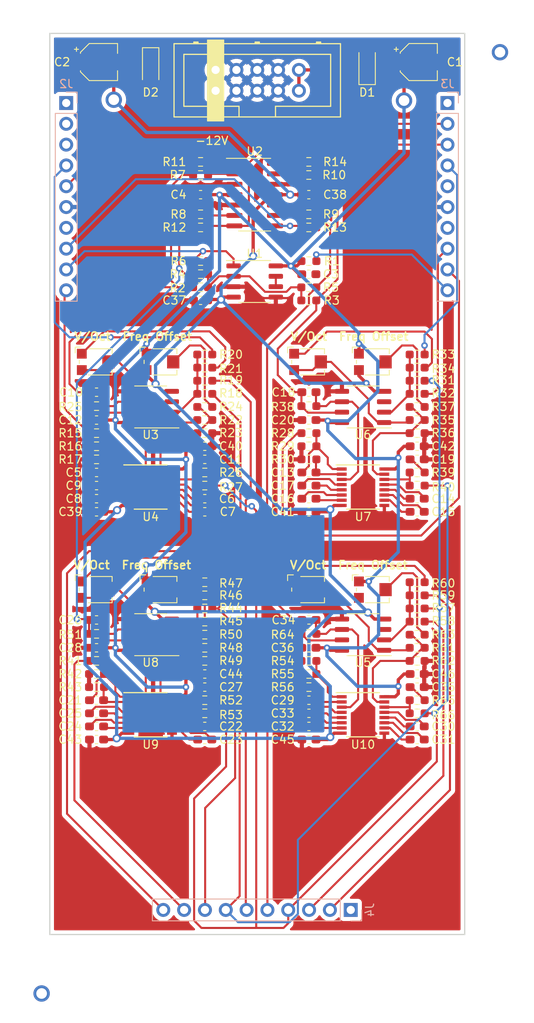
<source format=kicad_pcb>
(kicad_pcb (version 20211014) (generator pcbnew)
  (layers (0 "F.Cu" signal) (31 "B.Cu" signal) (34 "B.Paste" user) (35 "F.Paste" user) (36 "B.SilkS" user "B.Silkscreen") (37 "F.SilkS" user "F.Silkscreen") (38 "B.Mask" user) (39 "F.Mask" user) (44 "Edge.Cuts" user))
  (net 0 "")
  (net 1 "+12V")
  (net 2 "GND")
  (net 3 "-12V")
  (net 4 "Net-(C8-Pad1)")
  (net 5 "Net-(C9-Pad2)")
  (net 6 "/Audio_Out1")
  (net 7 "Net-(C10-Pad2)")
  (net 8 "Net-(C5-Pad1)")
  (net 9 "Net-(C5-Pad2)")
  (net 10 "Net-(C6-Pad1)")
  (net 11 "Net-(C6-Pad2)")
  (net 12 "Net-(C7-Pad1)")
  (net 13 "Net-(C7-Pad2)")
  (net 14 "Net-(C11-Pad1)")
  (net 15 "Net-(C8-Pad2)")
  (net 16 "Net-(C9-Pad1)")
  (net 17 "Net-(C13-Pad1)")
  (net 18 "Net-(C13-Pad2)")
  (net 19 "Net-(C14-Pad1)")
  (net 20 "Net-(C14-Pad2)")
  (net 21 "Net-(C15-Pad1)")
  (net 22 "Net-(C15-Pad2)")
  (net 23 "Net-(C16-Pad1)")
  (net 24 "Net-(C16-Pad2)")
  (net 25 "Net-(C17-Pad1)")
  (net 26 "Net-(C17-Pad2)")
  (net 27 "/Audio_Out2")
  (net 28 "Net-(FREQ_OFFSET1-Pad2)")
  (net 29 "Net-(C18-Pad2)")
  (net 30 "Net-(C19-Pad1)")
  (net 31 "Net-(C21-Pad1)")
  (net 32 "Net-(C21-Pad2)")
  (net 33 "Net-(C22-Pad1)")
  (net 34 "Net-(C22-Pad2)")
  (net 35 "Net-(C23-Pad1)")
  (net 36 "Net-(C23-Pad2)")
  (net 37 "Net-(C24-Pad1)")
  (net 38 "Net-(C24-Pad2)")
  (net 39 "Net-(C25-Pad1)")
  (net 40 "Net-(C25-Pad2)")
  (net 41 "/Audio_Out3")
  (net 42 "Net-(C26-Pad2)")
  (net 43 "Net-(C27-Pad1)")
  (net 44 "Net-(C29-Pad1)")
  (net 45 "Net-(C29-Pad2)")
  (net 46 "Net-(C30-Pad1)")
  (net 47 "Net-(C30-Pad2)")
  (net 48 "Net-(C31-Pad1)")
  (net 49 "Net-(C31-Pad2)")
  (net 50 "Net-(C32-Pad1)")
  (net 51 "Net-(C32-Pad2)")
  (net 52 "Net-(C33-Pad1)")
  (net 53 "Net-(C33-Pad2)")
  (net 54 "/Audio_Out4")
  (net 55 "Net-(C34-Pad2)")
  (net 56 "Net-(C35-Pad1)")
  (net 57 "Net-(FREQ_OFFSET2-Pad2)")
  (net 58 "Net-(FREQ_OFFSET3-Pad2)")
  (net 59 "Net-(FREQ_OFFSET4-Pad2)")
  (net 60 "/AUDIO_IN1")
  (net 61 "/FREQ_CV1")
  (net 62 "/FREQ_V_OCT1")
  (net 63 "/AUDIO_BUFF1")
  (net 64 "/AUDIO_IN3")
  (net 65 "/FREQ_CV3")
  (net 66 "/FREQ_V_OCT3")
  (net 67 "/AUDIO_IN2")
  (net 68 "/FREQ_CV2")
  (net 69 "/FREQ_V_OCT2")
  (net 70 "/AUDIO_BUFF2")
  (net 71 "/AUDIO_BUFF3")
  (net 72 "/AUDIO_IN4")
  (net 73 "/AUDIO_BUFF4")
  (net 74 "/FREQ_CV4")
  (net 75 "/FREQ_V_OCT4")
  (net 76 "/FREQ_POT")
  (net 77 "/Q_POT")
  (net 78 "/FREQ_POT_5V")
  (net 79 "/AUDIO_MIX")
  (net 80 "Net-(R2-Pad1)")
  (net 81 "Net-(R11-Pad2)")
  (net 82 "Net-(R12-Pad2)")
  (net 83 "Net-(R13-Pad2)")
  (net 84 "Net-(R10-Pad1)")
  (net 85 "Net-(R18-Pad1)")
  (net 86 "Net-(R21-Pad1)")
  (net 87 "/Filter_Voice1/FREQ_CTRL")
  (net 88 "Net-(R22-Pad2)")
  (net 89 "/Filter_Voice1/Q_CTRL")
  (net 90 "Net-(R31-Pad1)")
  (net 91 "Net-(R34-Pad1)")
  (net 92 "/Filter_Voice2/FREQ_CTRL")
  (net 93 "Net-(R35-Pad2)")
  (net 94 "/Filter_Voice2/Q_CTRL")
  (net 95 "Net-(R44-Pad1)")
  (net 96 "Net-(R47-Pad1)")
  (net 97 "/Filter_Voice3/FREQ_CTRL")
  (net 98 "Net-(R48-Pad2)")
  (net 99 "/Filter_Voice3/Q_CTRL")
  (net 100 "Net-(R57-Pad1)")
  (net 101 "Net-(R60-Pad1)")
  (net 102 "/Filter_Voice4/FREQ_CTRL")
  (net 103 "Net-(R61-Pad2)")
  (net 104 "/Filter_Voice4/Q_CTRL")
  (net 105 "/+12V_IN")
  (net 106 "/-12V_IN")
  (net 107 "Net-(U1-Pad6)")
  (footprint "Capacitor_SMD:C_0603_1608Metric_Pad1.08x0.95mm_HandSolder" (layer "F.Cu") (at 81.6 133)
    (fp_text reference "C33")
    (fp_text value "560pF")
  )
  (footprint "Package_SO:SOIC-14_3.9x8.7mm_P1.27mm" (layer "F.Cu") (at 74.9875 69.6875)
    (fp_text reference "U2")
    (fp_text value "TL074")
  )
  (footprint "Resistor_SMD:R_0603_1608Metric_Pad0.98x0.95mm_HandSolder" (layer "F.Cu") (at 68.9 120.2)
    (fp_text reference "R44")
    (fp_text value "100k")
  )
  (footprint "Resistor_SMD:R_0603_1608Metric_Pad0.98x0.95mm_HandSolder" (layer "F.Cu") (at 68.9 98.8)
    (fp_text reference "R23")
    (fp_text value "1k")
  )
  (footprint "Potentiometer_SMD:Potentiometer_Bourns_TC33X_Vertical" (layer "F.Cu") (at 89.5 90.1)
    (fp_text reference "FREQ_OFFSET2" hide)
    (fp_text value "50k")
  )
  (footprint "Capacitor_SMD:C_0603_1608Metric_Pad1.08x0.95mm_HandSolder" (layer "F.Cu") (at 68.3875 69.6875 180)
    (fp_text reference "C4")
    (fp_text value "1uF")
  )
  (footprint "Diode_SMD:D_SOD-123" (layer "F.Cu") (at 88.7 54 90)
    (fp_text reference "D1")
    (fp_text value "1N5819")
  )
  (footprint "Resistor_SMD:R_0603_1608Metric_Pad0.98x0.95mm_HandSolder" (layer "F.Cu") (at 68.9 133 180)
    (fp_text reference "R53")
    (fp_text value "26.7k")
  )
  (footprint "Capacitor_SMD:C_0603_1608Metric_Pad1.08x0.95mm_HandSolder" (layer "F.Cu") (at 55.7 106.8)
    (fp_text reference "C8")
    (fp_text value "6.8nF")
  )
  (footprint "Resistor_SMD:R_0603_1608Metric_Pad0.98x0.95mm_HandSolder" (layer "F.Cu") (at 94.8 131.4 180)
    (fp_text reference "R65")
    (fp_text value "499")
  )
  (footprint "Package_SO:SO-8_3.9x4.9mm_P1.27mm" (layer "F.Cu") (at 62.3 123.4 180)
    (fp_text reference "U8")
    (fp_text value "TL072")
  )
  (footprint "Capacitor_SMD:C_0603_1608Metric_Pad1.08x0.95mm_HandSolder" (layer "F.Cu") (at 81.6 136.2 180)
    (fp_text reference "C45")
    (fp_text value "1uF")
  )
  (footprint "Resistor_SMD:R_0603_1608Metric_Pad0.98x0.95mm_HandSolder" (layer "F.Cu") (at 94.8 121.8)
    (fp_text reference "R58")
    (fp_text value "100k")
  )
  (footprint "Package_SO:SO-8_3.9x4.9mm_P1.27mm" (layer "F.Cu") (at 62.3 95.6 180)
    (fp_text reference "U3")
    (fp_text value "TL072")
  )
  (footprint "Capacitor_SMD:C_0603_1608Metric_Pad1.08x0.95mm_HandSolder" (layer "F.Cu") (at 55.7 93.8)
    (fp_text reference "C10")
    (fp_text value "100pF")
  )
  (footprint "Custom_Footprints:Eurorack_10_pin_header" (layer "F.Cu") (at 70.22 57)
    (fp_text reference "J1" hide)
    (fp_text value "Eurorack_10_pin_power")
  )
  (footprint "Capacitor_SMD:C_0603_1608Metric_Pad1.08x0.95mm_HandSolder" (layer "F.Cu") (at 94.8 106.8 180)
    (fp_text reference "C14")
    (fp_text value "6.8nF")
  )
  (footprint "Potentiometer_SMD:Potentiometer_Bourns_TC33X_Vertical" (layer "F.Cu") (at 89.5 117.9)
    (fp_text reference "FREQ_OFFSET4" hide)
    (fp_text value "50k")
  )
  (footprint "Package_SO:SO-8_3.9x4.9mm_P1.27mm" (layer "F.Cu") (at 88.2 123.4 180)
    (fp_text reference "U5")
    (fp_text value "TL072")
  )
  (footprint "Resistor_SMD:R_0603_1608Metric_Pad0.98x0.95mm_HandSolder" (layer "F.Cu") (at 94.8 97.2 180)
    (fp_text reference "R35")
    (fp_text value "100k")
  )
  (footprint "Resistor_SMD:R_0603_1608Metric_Pad0.98x0.95mm_HandSolder" (layer "F.Cu") (at 68.3875 80.9875 180)
    (fp_text reference "R2")
    (fp_text value "10k")
  )
  (footprint "Capacitor_SMD:C_0603_1608Metric_Pad1.08x0.95mm_HandSolder" (layer "F.Cu") (at 94.8 134.6 180)
    (fp_text reference "C30")
    (fp_text value "6.8nF")
  )
  (footprint "Capacitor_SMD:C_0603_1608Metric_Pad1.08x0.95mm_HandSolder" (layer "F.Cu") (at 81.5875 79.4)
    (fp_text reference "C3")
    (fp_text value "1uF")
  )
  (footprint "Resistor_SMD:R_0603_1608Metric_Pad0.98x0.95mm_HandSolder" (layer "F.Cu") (at 68.9 90.8 180)
    (fp_text reference "R21")
    (fp_text value "162k")
  )
  (footprint "Resistor_SMD:R_0603_1608Metric_Pad0.98x0.95mm_HandSolder" (layer "F.Cu") (at 55.7 128.2)
    (fp_text reference "R42")
    (fp_text value "200")
  )
  (footprint "Capacitor_SMD:C_0603_1608Metric_Pad1.08x0.95mm_HandSolder" (layer "F.Cu") (at 94.8 108.4 180)
    (fp_text reference "C15")
    (fp_text value "6.8nF")
  )
  (footprint "Potentiometer_SMD:Potentiometer_Bourns_TC33X_Vertical" (layer "F.Cu") (at 81.6 117.9)
    (fp_text reference "V_OCT4" hide)
    (fp_text value "50k")
  )
  (footprint "Capacitor_SMD:C_0603_1608Metric_Pad1.08x0.95mm_HandSolder" (layer "F.Cu") (at 94.8 136.2 180)
    (fp_text reference "C31")
    (fp_text value "6.8nF")
  )
  (footprint "Capacitor_SMD:C_0603_1608Metric_Pad1.08x0.95mm_HandSolder" (layer "F.Cu") (at 68.9 102)
    (fp_text reference "C11")
    (fp_text value "10nF")
  )
  (footprint "Resistor_SMD:R_0603_1608Metric_Pad0.98x0.95mm_HandSolder" (layer "F.Cu") (at 94.8 95.6)
    (fp_text reference "R37")
    (fp_text value "499k")
  )
  (footprint "Capacitor_SMD:C_0603_1608Metric_Pad1.08x0.95mm_HandSolder" (layer "F.Cu") (at 55.7 97.2 180)
    (fp_text reference "C12")
    (fp_text value "1uF")
  )
  (footprint "Resistor_SMD:R_0603_1608Metric_Pad0.98x0.95mm_HandSolder" (layer "F.Cu") (at 94.8 120.2)
    (fp_text reference "R57")
    (fp_text value "100k")
  )
  (footprint "Resistor_SMD:R_0603_1608Metric_Pad0.98x0.95mm_HandSolder" (layer "F.Cu") (at 68.9 123.4)
    (fp_text reference "R50")
    (fp_text value "499k")
  )
  (footprint "Capacitor_SMD:C_0603_1608Metric_Pad1.08x0.95mm_HandSolder" (layer "F.Cu") (at 55.7 105.2)
    (fp_text reference "C9")
    (fp_text value "560pF")
  )
  (footprint "Resistor_SMD:R_0603_1608Metric_Pad0.98x0.95mm_HandSolder" (layer "F.Cu") (at 55.7 123.3)
    (fp_text reference "R51")
    (fp_text value "33.2k")
  )
  (footprint "Resistor_SMD:R_0603_1608Metric_Pad0.98x0.95mm_HandSolder" (layer "F.Cu") (at 68.9 105.2 180)
    (fp_text reference "R27")
    (fp_text value "26.7k")
  )
  (footprint "Resistor_SMD:R_0603_1608Metric_Pad0.98x0.95mm_HandSolder" (layer "F.Cu") (at 94.8 89.2)
    (fp_text reference "R33")
    (fp_text value "100k")
  )
  (footprint "Resistor_SMD:R_0603_1608Metric_Pad0.98x0.95mm_HandSolder" (layer "F.Cu") (at 81.5875 72.0875)
    (fp_text reference "R9")
    (fp_text value "10k")
  )
  (footprint "Resistor_SMD:R_0603_1608Metric_Pad0.98x0.95mm_HandSolder" (layer "F.Cu") (at 81.5875 73.6875)
    (fp_text reference "R13")
    (fp_text value "10k")
  )
  (footprint "Resistor_SMD:R_0603_1608Metric_Pad0.98x0.95mm_HandSolder" (layer "F.Cu") (at 68.9 118.6)
    (fp_text reference "R46")
    (fp_text value "100k")
  )
  (footprint "Resistor_SMD:R_0603_1608Metric_Pad0.98x0.95mm_HandSolder" (layer "F.Cu") (at 68.9 97.2 180)
    (fp_text reference "R22")
    (fp_text value "100k")
  )
  (footprint "Capacitor_SMD:CP_Elec_4x5.8" (layer "F.Cu") (at 56 53.5)
    (fp_text reference "C2")
    (fp_text value "22uF")
  )
  (footprint "Capacitor_SMD:C_0603_1608Metric_Pad1.08x0.95mm_HandSolder" (layer "F.Cu") (at 68.9 134.6 180)
    (fp_text reference "C22")
    (fp_text value "6.8nF")
  )
  (footprint "Capacitor_SMD:C_0603_1608Metric_Pad1.08x0.95mm_HandSolder" (layer "F.Cu") (at 81.6 105.2)
    (fp_text reference "C17")
    (fp_text value "560pF")
  )
  (footprint "Capacitor_SMD:C_0603_1608Metric_Pad1.08x0.95mm_HandSolder" (layer "F.Cu") (at 68.9 100.4)
    (fp_text reference "C40")
    (fp_text value "1uF")
  )
  (footprint "Capacitor_SMD:C_0603_1608Metric_Pad1.08x0.95mm_HandSolder" (layer "F.Cu") (at 94.8 102)
    (fp_text reference "C19")
    (fp_text value "10nF")
  )
  (footprint "Resistor_SMD:R_0603_1608Metric_Pad0.98x0.95mm_HandSolder" (layer "F.Cu") (at 81.6 95.5)
    (fp_text reference "R38")
    (fp_text value "33.2k")
  )
  (footprint "Resistor_SMD:R_0603_1608Metric_Pad0.98x0.95mm_HandSolder" (layer "F.Cu") (at 68.9 94)
    (fp_text reference "R18")
    (fp_text value "100k")
  )
  (footprint "Custom_Footprints:1.3mm_Test_Point" (layer "F.Cu") (at 57.8 58.1)
    (fp_text reference "TP2" hide)
    (fp_text value "TestPoint")
  )
  (footprint "Potentiometer_SMD:Potentiometer_Bourns_TC33X_Vertical" (layer "F.Cu") (at 55.7 117.9)
    (fp_text reference "V_OCT3" hide)
    (fp_text value "50k")
  )
  (footprint "Resistor_SMD:R_0603_1608Metric_Pad0.98x0.95mm_HandSolder" (layer "F.Cu") (at 55.7 100.4)
    (fp_text reference "R16")
    (fp_text value "200")
  )
  (footprint "Resistor_SMD:R_0603_1608Metric_Pad0.98x0.95mm_HandSolder" (layer "F.Cu") (at 81.5875 67.2875)
    (fp_text reference "R10")
    (fp_text value "10k")
  )
  (footprint "Potentiometer_SMD:Potentiometer_Bourns_TC33X_Vertical" (layer "F.Cu") (at 55.7 90.1)
    (fp_text reference "V_OCT1" hide)
    (fp_text value "50k")
  )
  (footprint "Capacitor_SMD:C_0603_1608Metric_Pad1.08x0.95mm_HandSolder" (layer "F.Cu") (at 81.6 93.8)
    (fp_text reference "C18")
    (fp_text value "100pF")
  )
  (footprint "Resistor_SMD:R_0603_1608Metric_Pad0.98x0.95mm_HandSolder" (layer "F.Cu") (at 94.8 126.6)
    (fp_text reference "R62")
    (fp_text value "1k")
  )
  (footprint "Resistor_SMD:R_0603_1608Metric_Pad0.98x0.95mm_HandSolder" (layer "F.Cu") (at 94.8 90.8 180)
    (fp_text reference "R34")
    (fp_text value "162k")
  )
  (footprint "Diode_SMD:D_SOD-123" (layer "F.Cu") (at 62.3 54 -90)
    (fp_text reference "D2")
    (fp_text value "1N5819")
  )
  (footprint "Resistor_SMD:R_0603_1608Metric_Pad0.98x0.95mm_HandSolder" (layer "F.Cu") (at 68.9 92.4)
    (fp_text reference "R19")
    (fp_text value "100k")
  )
  (footprint "Resistor_SMD:R_0603_1608Metric_Pad0.98x0.95mm_HandSolder" (layer "F.Cu") (at 81.6 123.3)
    (fp_text reference "R64")
    (fp_text value "33.2k")
  )
  (footprint "Capacitor_SMD:C_0603_1608Metric_Pad1.08x0.95mm_HandSolder" (layer "F.Cu") (at 55.7 131.4 180)
    (fp_text reference "C21")
    (fp_text value "3.3nF")
  )
  (footprint "Capacitor_SMD:C_0603_1608Metric_Pad1.08x0.95mm_HandSolder" (layer "F.Cu") (at 68.3875 82.5875 180)
    (fp_text reference "C37")
    (fp_text value "1uF")
  )
  (footprint "Package_SO:SSOP-16_3.9x4.9mm_P0.635mm" (layer "F.Cu") (at 88.2 105.4)
    (fp_text reference "U7")
    (fp_text value "SSI2144")
  )
  (footprint "Capacitor_SMD:C_0603_1608Metric_Pad1.08x0.95mm_HandSolder" (layer "F.Cu") (at 81.6 121.6)
    (fp_text reference "C34")
    (fp_text value "100pF")
  )
  (footprint "Resistor_SMD:R_0603_1608Metric_Pad0.98x0.95mm_HandSolder" (layer "F.Cu") (at 94.8 98.8)
    (fp_text reference "R36")
    (fp_text value "1k")
  )
  (footprint "Resistor_SMD:R_0603_1608Metric_Pad0.98x0.95mm_HandSolder" (layer "F.Cu") (at 81.5875 82.6)
    (fp_text reference "R3")
    (fp_text value "10k")
  )
  (footprint "Resistor_SMD:R_0603_1608Metric_Pad0.98x0.95mm_HandSolder" (layer "F.Cu") (at 68.3875 77.7875)
    (fp_text reference "R6")
    (fp_text value "10k")
  )
  (footprint "Resistor_SMD:R_0603_1608Metric_Pad0.98x0.95mm_HandSolder" (layer "F.Cu") (at 81.6 129.8 180)
    (fp_text reference "R56")
    (fp_text value "200")
  )
  (footprint "Package_SO:SO-8_3.9x4.9mm_P1.27mm" (layer "F.Cu") (at 88.2 95.6 180)
    (fp_text reference "U6")
    (fp_text value "TL072")
  )
  (footprint "Resistor_SMD:R_0603_1608Metric_Pad0.98x0.95mm_HandSolder" (layer "F.Cu") (at 68.9 131.4 180)
    (fp_text reference "R52")
    (fp_text value "499")
  )
  (footprint "Package_SO:SSOP-16_3.9x4.9mm_P0.635mm" (layer "F.Cu") (at 88.2 133.2)
    (fp_text reference "U10")
    (fp_text value "SSI2144")
  )
  (footprint "Resistor_SMD:R_0603_1608Metric_Pad0.98x0.95mm_HandSolder" (layer "F.Cu") (at 68.3875 67.2875 180)
    (fp_text reference "R7")
    (fp_text value "10k")
  )
  (footprint "Resistor_SMD:R_0603_1608Metric_Pad0.98x0.95mm_HandSolder" (layer "F.Cu") (at 81.6 126.6 180)
    (fp_text reference "R54")
    (fp_text value "68.1k")
  )
  (footprint "Capacitor_SMD:C_0603_1608Metric_Pad1.08x0.95mm_HandSolder" (layer "F.Cu") (at 55.7 125 180)
    (fp_text reference "C28")
    (fp_text value "1uF")
  )
  (footprint "Capacitor_SMD:C_0603_1608Metric_Pad1.08x0.95mm_HandSolder" (layer "F.Cu") (at 55.7 134.6)
    (fp_text reference "C24")
    (fp_text value "6.8nF")
  )
  (footprint "Resistor_SMD:R_0603_1608Metric_Pad0.98x0.95mm_HandSolder" (layer "F.Cu") (at 68.3875 73.6875 180)
    (fp_text reference "R12")
    (fp_text value "10k")
  )
  (footprint "Resistor_SMD:R_0603_1608Metric_Pad0.98x0.95mm_HandSolder" (layer "F.Cu") (at 68.9 103.6 180)
    (fp_text reference "R26")
    (fp_text value "499")
  )
  (footprint "Resistor_SMD:R_0603_1608Metric_Pad0.98x0.95mm_HandSolder" (layer "F.Cu") (at 68.9 89.2)
    (fp_text reference "R20")
    (fp_text value "100k")
  )
  (footprint "Resistor_SMD:R_0603_1608Metric_Pad0.98x0.95mm_HandSolder" (layer "F.Cu") (at 68.3875 72.0875 180)
    (fp_text reference "R8")
    (fp_text value "10k")
  )
  (footprint "Capacitor_SMD:C_0603_1608Metric_Pad1.08x0.95mm_HandSolder" (layer "F.Cu") (at 55.7 133)
    (fp_text reference "C25")
    (fp_text value "560pF")
  )
  (footprint "Resistor_SMD:R_0603_1608Metric_Pad0.98x0.95mm_HandSolder" (layer "F.Cu") (at 81.6 98.8 180)
    (fp_text reference "R28")
    (fp_text value "68.1k")
  )
  (footprint "Capacitor_SMD:C_0603_1608Metric_Pad1.08x0.95mm_HandSolder" (layer "F.Cu") (at 55.7 103.6 180)
    (fp_text reference "C5")
    (fp_text value "3.3nF")
  )
  (footprint "Package_SO:SSOP-16_3.9x4.9mm_P0.635mm" (layer "F.Cu") (at 62.3 105.4)
    (fp_text reference "U4")
    (fp_text value "SSI2144")
  )
  (footprint "Resistor_SMD:R_0603_1608Metric_Pad0.98x0.95mm_HandSolder" (layer "F.Cu") (at 81.6 128.2)
    (fp_text reference "R55")
    (fp_text value "200")
  )
  (footprint "Resistor_SMD:R_0603_1608Metric_Pad0.98x0.95mm_HandSolder" (layer "F.Cu") (at 55.7 126.6 180)
    (fp_text reference "R41")
    (fp_text value "68.1k")
  )
  (footprint "Capacitor_SMD:C_0603_1608Metric_Pad1.08x0.95mm_HandSolder" (layer "F.Cu") (at 94.8 128.2)
    (fp_text reference "C46")
    (fp_text value "1uF")
  )
  (footprint "Capacitor_SMD:C_0603_1608Metric_Pad1.08x0.95mm_HandSolder" (layer "F.Cu") (at 81.6 125 180)
    (fp_text reference "C36")
    (fp_text value "1uF")
  )
  (footprint "Package_SO:SSOP-16_3.9x4.9mm_P0.635mm" (layer "F.Cu") (at 62.3 133.2)
    (fp_text reference "U9")
    (fp_text value "SSI2144")
  )
  (footprint "Resistor_SMD:R_0603_1608Metric_Pad0.98x0.95mm_HandSolder" (layer "F.Cu") (at 94.8 94)
    (fp_text reference "R32")
    (fp_text value "100k")
  )
  (footprint "Resistor_SMD:R_0603_1608Metric_Pad0.98x0.95mm_HandSolder" (layer "F.Cu") (at 68.9 125 180)
    (fp_text reference "R48")
    (fp_text value "100k")
  )
  (footprint "Capacitor_SMD:C_0603_1608Metric_Pad1.08x0.95mm_HandSolder" (layer "F.Cu") (at 68.9 129.8)
    (fp_text reference "C27")
    (fp_text value "10nF")
  )
  (footprint "Resistor_SMD:R_0603_1608Metric_Pad0.98x0.95mm_HandSolder" (layer "F.Cu") (at 81.6 102 180)
    (fp_text reference "R30")
    (fp_text value "200")
  )
  (footprint "Potentiometer_SMD:Potentiometer_Bourns_TC33X_Vertical" (layer "F.Cu") (at 63.6 117.9)
    (fp_text reference "FREQ_OFFSET3" hide)
    (fp_text value "50k")
  )
  (footprint "Resistor_SMD:R_0603_1608Metric_Pad0.98x0.95mm_HandSolder" (layer "F.Cu") (at 94.8 105.2 180)
    (fp_text reference "R40")
    (fp_text value "26.7k")
  )
  (footprint "Potentiometer_SMD:Potentiometer_Bourns_TC33X_Vertical" (layer "F.Cu") (at 63.6 90.1)
    (fp_text reference "FREQ_OFFSET1" hide)
    (fp_text value "50k")
  )
  (footprint "Custom_Footprints:1.3mm_Test_Point" (layer "F.Cu") (at 104.9 52.3)
    (fp_text reference "TP4" hide)
    (fp_text value "TestPoint")
  )
  (footprint "Capacitor_SMD:C_0603_1608Metric_Pad1.08x0.95mm_HandSolder" (layer "F.Cu") (at 68.9 128.2)
    (fp_text reference "C44")
    (fp_text value "1uF")
  )
  (footprint "Capacitor_SMD:C_0603_1608Metric_Pad1.08x0.95mm_HandSolder" (layer "F.Cu") (at 81.5875 69.6875)
    (fp_text reference "C38")
    (fp_text value "1uF")
  )
  (footprint "Resistor_SMD:R_0603_1608Metric_Pad0.98x0.95mm_HandSolder" (layer "F.Cu") (at 94.8 133 180)
    (fp_text reference "R66")
    (fp_text value "26.7k")
  )
  (footprint "Resistor_SMD:R_0603_1608Metric_Pad0.98x0.95mm_HandSolder" (layer "F.Cu") (at 68.3875 79.3875 180)
    (fp_text reference "R4")
    (fp_text value "10k")
  )
  (footprint "Capacitor_SMD:C_0603_1608Metric_Pad1.08x0.95mm_HandSolder" (layer "F.Cu") (at 81.6 108.4 180)
    (fp_text reference "C41")
    (fp_text value "1uF")
  )
  (footprint "Resistor_SMD:R_0603_1608Metric_Pad0.98x0.95mm_HandSolder" (layer "F.Cu") (at 94.8 118.6)
    (fp_text reference "R59")
    (fp_text value "100k")
  )
  (footprint "Capacitor_SMD:C_0603_1608Metric_Pad1.08x0.95mm_HandSolder" (layer "F.Cu") (at 55.7 136.2 180)
    (fp_text reference "C43")
    (fp_text value "1uF")
  )
  (footprint "Resistor_SMD:R_0603_1608Metric_Pad0.98x0.95mm_HandSolder" (layer "F.Cu") (at 81.6 77.8)
    (fp_text reference "R1")
    (fp_text value "14k")
  )
  (footprint "Capacitor_SMD:C_0603_1608Metric_Pad1.08x0.95mm_HandSolder" (layer "F.Cu") (at 81.6 106.8)
    (fp_text reference "C16")
    (fp_text value "6.8nF")
  )
  (footprint "Resistor_SMD:R_0603_1608Metric_Pad0.98x0.95mm_HandSolder" (layer "F.Cu") (at 55.7 95.5)
    (fp_text reference "R25")
    (fp_text value "33.2k")
  )
  (footprint "Potentiometer_SMD:Potentiometer_Bourns_TC33X_Vertical" (layer "F.Cu") (at 81.6 90.1)
    (fp_text reference "V_OCT2" hide)
    (fp_text value "50k")
  )
  (footprint "Resistor_SMD:R_0603_1608Metric_Pad0.98x0.95mm_HandSolder" (layer "F.Cu") (at 68.9 117 180)
    (fp_text reference "R47")
    (fp_text value "162k")
  )
  (footprint "Capacitor_SMD:C_0603_1608Metric_Pad1.08x0.95mm_HandSolder" (layer "F.Cu") (at 81.6 103.6 180)
    (fp_text reference "C13")
    (fp_text value "3.3nF")
  )
  (footprint "Resistor_SMD:R_0603_1608Metric_Pad0.98x0.95mm_HandSolder" (layer "F.Cu") (at 81.5875 65.6875)
    (fp_text reference "R14")
    (fp_text value "10k")
  )
  (footprint "Resistor_SMD:R_0603_1608Metric_Pad0.98x0.95mm_HandSolder" (layer "F.Cu") (at 55.7 98.8 180)
    (fp_text reference "R15")
    (fp_text value "68.1k")
  )
  (footprint "Resistor_SMD:R_0603_1608Metric_Pad0.98x0.95mm_HandSolder" (layer "F.Cu") (at 55.7 102 180)
    (fp_text reference "R17")
    (fp_text value "200")
  )
  (footprint "Resistor_SMD:R_0603_1608Metric_Pad0.98x0.95mm_HandSolder" (layer "F.Cu") (at 68.9 95.6)
    (fp_text reference "R24")
    (fp_text value "499k")
  )
  (footprint "Custom_Footprints:1.3mm_Test_Point" (layer "F.Cu") (at 93.2 58.2)
    (fp_text reference "TP1" hide)
    (fp_text value "TestPoint")
  )
  (footprint "Capacitor_SMD:C_0603_1608Metric_Pad1.08x0.95mm_HandSolder" (layer "F.Cu") (at 68.9 106.8 180)
    (fp_text reference "C6")
    (fp_text value "6.8nF")
  )
  (footprint "Capacitor_SMD:C_0603_1608Metric_Pad1.08x0.95mm_HandSolder" (layer "F.Cu") (at 68.9 136.2 180)
    (fp_text reference "C23")
    (fp_text value "6.8nF")
  )
  (footprint "Resistor_SMD:R_0603_1608Metric_Pad0.98x0.95mm_HandSolder" (layer "F.Cu") (at 94.8 92.4)
    (fp_text reference "R31")
    (fp_text value "100k")
  )
  (footprint "Resistor_SMD:R_0603_1608Metric_Pad0.98x0.95mm_HandSolder" (layer "F.Cu") (at 94.8 103.6 180)
    (fp_text reference "R39")
    (fp_text value "499")
  )
  (footprint "Capacitor_SMD:C_0603_1608Metric_Pad1.08x0.95mm_HandSolder" (layer "F.Cu") (at 55.7 121.6)
    (fp_text reference "C26")
    (fp_text value "100pF")
  )
  (footprint "Resistor_SMD:R_0603_1608Metric_Pad0.98x0.95mm_HandSolder" (layer "F.Cu") (at 55.7 129.8 180)
    (fp_text reference "R43")
    (fp_text value "200")
  )
  (footprint "Capacitor_SMD:CP_Elec_4x5.8" (layer "F.Cu") (at 95 53.5)
    (fp_text reference "C1")
    (fp_text value "22uF")
  )
  (footprint "Capacitor_SMD:C_0603_1608Metric_Pad1.08x0.95mm_HandSolder" (layer "F.Cu") (at 94.8 100.4)
    (fp_text reference "C42")
    (fp_text value "1uF")
  )
  (footprint "Resistor_SMD:R_0603_1608Metric_Pad0.98x0.95mm_HandSolder" (layer "F.Cu") (at 94.8 125 180)
    (fp_text reference "R61")
    (fp_text value "100k")
  )
  (footprint "Capacitor_SMD:C_0603_1608Metric_Pad1.08x0.95mm_HandSolder" (layer "F.Cu") (at 81.6 134.6)
    (fp_text reference "C32")
    (fp_text value "6.8nF")
  )
  (footprint "Resistor_SMD:R_0603_1608Metric_Pad0.98x0.95mm_HandSolder" (layer "F.Cu") (at 94.8 117 180)
    (fp_text reference "R60")
    (fp_text value "162k")
  )
  (footprint "Resistor_SMD:R_0603_1608Metric_Pad0.98x0.95mm_HandSolder" (layer "F.Cu") (at 81.5875 81)
    (fp_text reference "R5")
    (fp_text value "10k")
  )
  (footprint "Resistor_SMD:R_0603_1608Metric_Pad0.98x0.95mm_HandSolder" (layer "F.Cu") (at 68.9 126.6)
    (fp_text reference "R49")
    (fp_text value "1k")
  )
  (footprint "Capacitor_SMD:C_0603_1608Metric_Pad1.08x0.95mm_HandSolder" (layer "F.Cu") (at 68.9 108.4 180)
    (fp_text reference "C7")
    (fp_text value "6.8nF")
  )
  (footprint "Resistor_SMD:R_0603_1608Metric_Pad0.98x0.95mm_HandSolder" (layer "F.Cu") (at 81.6 100.4)
    (fp_text reference "R29")
    (fp_text value "200")
  )
  (footprint "Resistor_SMD:R_0603_1608Metric_Pad0.98x0.95mm_HandSolder" (layer "F.Cu") (at 68.3875 65.6875 180)
    (fp_text reference "R11")
    (fp_text value "10k")
  )
  (footprint "Resistor_SMD:R_0603_1608Metric_Pad0.98x0.95mm_HandSolder" (layer "F.Cu") (at 94.8 123.4)
    (fp_text reference "R63")
    (fp_text value "499k")
  )
  (footprint "Capacitor_SMD:C_0603_1608Metric_Pad1.08x0.95mm_HandSolder" (layer "F.Cu") (at 81.6 131.4 180)
    (fp_text reference "C29")
    (fp_text value "3.3nF")
  )
  (footprint "Capacitor_SMD:C_0603_1608Metric_Pad1.08x0.95mm_HandSolder" (layer "F.Cu") (at 55.7 108.4 180)
    (fp_text reference "C39")
    (fp_text value "1uF")
  )
  (footprint "Capacitor_SMD:C_0603_1608Metric_Pad1.08x0.95mm_HandSolder" (layer "F.Cu") (at 81.6 97.2 180)
    (fp_text reference "C20")
    (fp_text value "1uF")
  )
  (footprint "Custom_Footprints:1.3mm_Test_Point" (layer "F.Cu") (at 49 167.2)
    (fp_text reference "TP3" hide)
    (fp_text value "TestPoint")
  )
  (footprint "Resistor_SMD:R_0603_1608Metric_Pad0.98x0.95mm_HandSolder" (layer "F.Cu") (at 68.9 121.8)
    (fp_text reference "R45")
    (fp_text value "100k")
  )
  (footprint "Package_SO:SO-8_3.9x4.9mm_P1.27mm" (layer "F.Cu") (at 74.9875 80.2875)
    (fp_text reference "U1")
    (fp_text value "TL072")
  )
  (footprint "Capacitor_SMD:C_0603_1608Metric_Pad1.08x0.95mm_HandSolder" (layer "F.Cu") (at 94.8 129.8)
    (fp_text reference "C35")
    (fp_text value "10nF")
  )
  (footprint "Connector_PinHeader_2.54mm:PinHeader_1x10_P2.54mm_Vertical" (layer "B.Cu") (at 86.7 157 90)
    (fp_text reference "J4")
    (fp_text value "IO")
  )
  (footprint "Connector_PinHeader_2.54mm:PinHeader_1x10_P2.54mm_Vertical" (layer "B.Cu") (at 52 58.5 180)
    (fp_text reference "J2")
    (fp_text value "Conn_01x08_Male" hide)
  )
  (footprint "Connector_PinHeader_2.54mm:PinHeader_1x10_P2.54mm_Vertical" (layer "B.Cu") (at 98.5 58.5 180)
    (fp_text reference "J3")
    (fp_text value "Conn_01x08_Male" hide)
  )
  (gr_line (start 100.6 50) (end 100.6 160) (layer "Edge.Cuts") (width 0.15))
  (gr_line locked (start 50 50) (end 100.6 50) (layer "Edge.Cuts") (width 0.15))
  (gr_line (start 50 50) (end 50 160) (layer "Edge.Cuts") (width 0.15))
  (gr_line (start 50 160) (end 100.6 160) (layer "Edge.Cuts") (width 0.15))
  (gr_text "V/Oct" (at 81.6 87) (layer "F.SilkS") (effects (font (size 1 1) (thickness 0.2))))
  (gr_text "Freq Offset" (at 89.5 87) (layer "F.SilkS") (effects (font (size 1 1) (thickness 0.2))))
  (gr_text "V/Oct" (at 55.2 87) (layer "F.SilkS") (effects (font (size 1 1) (thickness 0.2))))
  (gr_text "V/Oct" (at 81.5 114.9) (layer "F.SilkS") (effects (font (size 1 1) (thickness 0.2))))
  (gr_text "Freq Offset" (at 63 114.9) (layer "F.SilkS") (effects (font (size 1 1) (thickness 0.2))))
  (gr_text "Freq Offset" (at 89.4 114.9) (layer "F.SilkS") (effects (font (size 1 1) (thickness 0.2))))
  (gr_text "V/Oct" (at 55.1 114.9) (layer "F.SilkS") (effects (font (size 1 1) (thickness 0.2))))
  (gr_text "Freq Offset" (at 63.1 87) (layer "F.SilkS") (effects (font (size 1 1) (thickness 0.2))))
  (segment (start 87.7 87.9) (end 87.7 89.1) (width 0.4) (layer "F.Cu") (net 1))
  (segment (start 93.2 100.4) (end 93.9375 100.4) (width 0.4) (layer "F.Cu") (net 1))
  (segment (start 67.3 128.2) (end 68.0375 128.2) (width 0.4) (layer "F.Cu") (net 1))
  (segment (start 93.2 128.2) (end 93.9375 128.2) (width 0.4) (layer "F.Cu") (net 1))
  (segment (start 67.3 100.4) (end 68.0375 100.4) (width 0.4) (layer "F.Cu") (net 1))
  (segment (start 56.5625 97.2) (end 58 97.2) (width 0.4) (layer "F.Cu") (net 1))
  (segment (start 82.4625 97.2) (end 83.9 97.2) (width 0.4) (layer "F.Cu") (net 1))
  (segment (start 56.5625 125) (end 58 125) (width 0.4) (layer "F.Cu") (net 1))
  (segment (start 82.4625 125) (end 83.8 125) (width 0.4) (layer "F.Cu") (net 1))
  (segment (start 61.8 87.9) (end 61.8 89.1) (width 0.4) (layer "F.Cu") (net 1))
  (segment (start 61.8 116.9) (end 61.75 116.85) (width 0.4) (layer "F.Cu") (net 1))
  (segment (start 88.7 55.65) (end 89.35 55.65) (width 0.4) (layer "F.Cu") (net 1))
  (segment (start 80.1425 78.3825) (end 80.725 77.8) (width 0.4) (layer "F.Cu") (net 1))
  (segment (start 58.305 97.505) (end 59.725 97.505) (width 0.4) (layer "F.Cu") (net 1))
  (segment (start 84.205 97.505) (end 85.625 97.505) (width 0.4) (layer "F.Cu") (net 1))
  (segment (start 58.305 125.305) (end 59.725 125.305) (width 0.4) (layer "F.Cu") (net 1))
  (segment (start 84.205 125.305) (end 85.625 125.305) (width 0.4) (layer "F.Cu") (net 1))
  (segment (start 80.4 79.4) (end 79.4 78.4) (width 0.4) (layer "F.Cu") (net 1))
  (segment (start 77.5625 78.3825) (end 80.1425 78.3825) (width 0.4) (layer "F.Cu") (net 1))
  (segment (start 80.725 79.4) (end 80.4 79.4) (width 0.4) (layer "F.Cu") (net 1))
  (segment (start 92.5 101.8) (end 92.5 101.1) (width 0.4) (layer "F.Cu") (net 1))
  (segment (start 61.75 116.85) (end 61.75 114.8755) (width 0.4) (layer "F.Cu") (net 1))
  (segment (start 69.25 69.6875) (end 72.5125 69.6875) (width 0.4) (layer "F.Cu") (net 1))
  (segment (start 90.8 103.1775) (end 92.1225 103.1775) (width 0.4) (layer "F.Cu") (net 1))
  (segment (start 64.9 130.9775) (end 66.2225 130.9775) (width 0.4) (layer "F.Cu") (net 1))
  (segment (start 90.8 130.9775) (end 92.1225 130.9775) (width 0.4) (layer "F.Cu") (net 1))
  (segment (start 64.9 103.1775) (end 66.2225 103.1775) (width 0.4) (layer "F.Cu") (net 1))
  (segment (start 93.2 53.5) (end 93.2 58.2) (width 0.4) (layer "F.Cu") (net 1))
  (segment (start 92.5 102.8) (end 92.5 101.8) (width 0.4) (layer "F.Cu") (net 1))
  (segment (start 66.6 130.6) (end 66.6 128.9) (width 0.4) (layer "F.Cu") (net 1))
  (segment (start 92.5 130.6) (end 92.5 129.7) (width 0.4) (layer "F.Cu") (net 1))
  (segment (start 66.6 102.8) (end 66.6 101.1) (width 0.4) (layer "F.Cu") (net 1))
  (segment (start 87.7 116.9) (end 88.9 116.9) (width 0.4) (layer "F.Cu") (net 1))
  (segment (start 83.8 125) (end 83.9 125) (width 0.4) (layer "F.Cu") (net 1))
  (segment (start 92.5 129.7) (end 92.5 128.9) (width 0.4) (layer "F.Cu") (net 1))
  (segment (start 92.5 101.1) (end 93.2 100.4) (width 0.4) (layer "F.Cu") (net 1))
  (segment (start 66.6 128.9) (end 67.3 128.2) (width 0.4) (layer "F.Cu") (net 1))
  (segment (start 92.5 128.9) (end 93.2 128.2) (width 0.4) (layer "F.Cu") (net 1))
  (segment (start 66.6 101.1) (end 67.3 100.4) (width 0.4) (layer "F.Cu") (net 1))
  (segment (start 91.5 53.5) (end 93.2 53.5) (width 0.4) (layer "F.Cu") (net 1))
  (segment (start 92.1225 103.1775) (end 92.5 102.8) (width 0.4) (layer "F.Cu") (net 1))
  (segment (start 66.2225 130.9775) (end 66.6 130.6) (width 0.4) (layer "F.Cu") (net 1))
  (segment (start 92.1225 130.9775) (end 92.5 130.6) (width 0.4) (layer "F.Cu") (net 1))
  (segment (start 66.2225 103.1775) (end 66.6 102.8) (width 0.4) (layer "F.Cu") (net 1))
  (segment (start 89.35 55.65) (end 91.5 53.5) (width 0.4) (layer "F.Cu") (net 1))
  (segment (start 58 97.2) (end 58.305 97.505) (width 0.4) (layer "F.Cu") (net 1))
  (segment (start 83.9 97.2) (end 84.205 97.505) (width 0.4) (layer "F.Cu") (net 1))
  (segment (start 58 125) (end 58.305 125.305) (width 0.4) (layer "F.Cu") (net 1))
  (segment (start 83.9 125) (end 84.205 125.305) (width 0.4) (layer "F.Cu") (net 1))
  (via (at 61.75 114.8755) (size 0.8) (drill 0.4) (layers "F.Cu" "B.Cu") (net 1))
  (via (at 92.5 129.7) (size 0.8) (drill 0.4) (layers "F.Cu" "B.Cu") (net 1))
  (via (at 87.7 87.9) (size 0.8) (drill 0.4) (layers "F.Cu" "B.Cu") (net 1))
  (via (at 58 97.2) (size 0.8) (drill 0.4) (layers "F.Cu" "B.Cu") (net 1))
  (via (at 70.7 69.7) (size 0.8) (drill 0.4) (layers "F.Cu" "B.Cu") (net 1))
  (via (at 66.6 102) (size 0.8) (drill 0.4) (layers "F.Cu" "B.Cu") (net 1))
  (via (at 88.9 116.9) (size 0.8) (drill 0.4) (layers "F.Cu" "B.Cu") (net 1))
  (via (at 92.5 101.8) (size 0.8) (drill 0.4) (layers "F.Cu" "B.Cu") (net 1))
  (via (at 79.4 78.4) (size 0.8) (drill 0.4) (layers "F.Cu" "B.Cu") (net 1))
  (via (at 66.6 129.8) (size 0.8) (drill 0.4) (layers "F.Cu" "B.Cu") (net 1))
  (via (at 58 125) (size 0.8) (drill 0.4) (layers "F.Cu" "B.Cu") (net 1))
  (via (at 83.8 125) (size 0.8) (drill 0.4) (layers "F.Cu" "B.Cu") (net 1))
  (via (at 83.9 97.3) (size 0.8) (drill 0.4) (layers "F.Cu" "B.Cu") (net 1))
  (via (at 61.8 87.9) (size 0.8) (drill 0.4) (layers "F.Cu" "B.Cu") (net 1))
  (segment (start 87.5 129.7) (end 83.8 126) (width 0.4) (layer "B.Cu") (net 1))
  (segment (start 58 125.9) (end 61.9 129.8) (width 0.4) (layer "B.Cu") (net 1))
  (segment (start 70.7 69.7) (end 70.7 79) (width 0.4) (layer "B.Cu") (net 1))
  (segment (start 58 125) (end 58 125.9) (width 0.4) (layer "B.Cu") (net 1))
  (segment (start 66.6 102) (end 66.6 110.9) (width 0.4) (layer "B.Cu") (net 1))
  (segment (start 93.2 64.6) (end 93.2 58.2) (width 0.4) (layer "B.Cu") (net 1))
  (segment (start 92.5 113.3) (end 88.9 116.9) (width 0.4) (layer "B.Cu") (net 1))
  (segment (start 58 119.5) (end 61.75 115.75) (width 0.4) (layer "B.Cu") (net 1))
  (segment (start 88.9 117.5) (end 88.9 116.9) (width 0.4) (layer "B.Cu") (net 1))
  (segment (start 92.6 101.9) (end 87.3 101.9) (width 0.4) (layer "B.Cu") (net 1))
  (segment (start 61.9 129.8) (end 66.6 129.8) (width 0.4) (layer "B.Cu") (net 1))
  (segment (start 79.4 78.4) (end 70.7 69.7) (width 0.4) (layer "B.Cu") (net 1))
  (segment (start 79.4 78.4) (end 79.5 78.4) (width 0.4) (layer "B.Cu") (net 1))
  (segment (start 90 90) (end 87.9 87.9) (width 0.4) (layer "B.Cu") (net 1))
  (segment (start 87.7 86.6) (end 87.7 87.9) (width 0.4) (layer "B.Cu") (net 1))
  (segment (start 79.5 78.4) (end 87.7 86.6) (width 0.4) (layer "B.Cu") (net 1))
  (segment (start 61.7 102) (end 66.6 102) (width 0.4) (layer "B.Cu") (net 1))
  (segment (start 90.1 118.7) (end 88.9 117.5) (width 0.4) (layer "B.Cu") (net 1))
  (segment (start 87.3 101.9) (end 83.9 98.5) (width 0.4) (layer "B.Cu") (net 1))
  (segment (start 61.75 115.75) (end 61.75 114.8755) (width 0.4) (layer "B.Cu") (net 1))
  (segment (start 90.1 123.4) (end 90.1 118.7) (width 0.4) (layer "B.Cu") (net 1))
  (segment (start 87.9 87.9) (end 87.7 87.9) (width 0.4) (layer "B.Cu") (net 1))
  (segment (start 62.6245 114.8755) (end 61.75 114.8755) (width 0.4) (layer "B.Cu") (net 1))
  (segment (start 88.5 125) (end 90.1 123.4) (width 0.4) (layer "B.Cu") (net 1))
  (segment (start 92.5 129.7) (end 87.5 129.7) (width 0.4) (layer "B.Cu") (net 1))
  (segment (start 86.4 97.3) (end 90 93.7) (width 0.4) (layer "B.Cu") (net 1))
  (segment (start 61.8 87.9) (end 58 91.7) (width 0.4) (layer "B.Cu") (net 1))
  (segment (start 83.9 97.3) (end 86.4 97.3) (width 0.4) (layer "B.Cu") (net 1))
  (segment (start 66.6 110.9) (end 62.6245 114.8755) (width 0.4) (layer "B.Cu") (net 1))
  (segment (start 70.7 79) (end 61.8 87.9) (width 0.4) (layer "B.Cu") (net 1))
  (segment (start 58 98.3) (end 61.7 102) (width 0.4) (layer "B.Cu") (net 1))
  (segment (start 83.8 126) (end 83.8 124.9) (width 0.4) (layer "B.Cu") (net 1))
  (segment (start 92.5 101.8) (end 92.5 113.3) (width 0.4) (layer "B.Cu") (net 1))
  (segment (start 58 91.7) (end 58 98.3) (width 0.4) (layer "B.Cu") (net 1))
  (segment (start 58 125) (end 58 119.5) (width 0.4) (layer "B.Cu") (net 1))
  (segment (start 79.4 78.4) (end 93.2 64.6) (width 0.4) (layer "B.Cu") (net 1))
  (segment (start 83.8 125) (end 88.5 125) (width 0.4) (layer "B.Cu") (net 1))
  (segment (start 83.9 98.5) (end 83.9 97.3) (width 0.4) (layer "B.Cu") (net 1))
  (segment (start 90 93.7) (end 90 90) (width 0.4) (layer "B.Cu") (net 1))
  (segment (start 88.8 120.7) (end 87.7 119.6) (width 0.4) (layer "F.Cu") (net 3))
  (segment (start 59.3 53.5) (end 57.8 53.5) (width 0.4) (layer "F.Cu") (net 3))
  (segment (start 89.595 93.695) (end 88.6 92.7) (width 0.4) (layer "F.Cu") (net 3))
  (segment (start 85.6 107.6225) (end 84.6775 107.6225) (width 0.4) (layer "F.Cu") (net 3))
  (segment (start 59.7 135.4225) (end 58.7775 135.4225) (width 0.4) (layer "F.Cu") (net 3))
  (segment (start 85.6 135.4225) (end 84.6775 135.4225) (width 0.4) (layer "F.Cu") (net 3))
  (segment (start 59.7 107.6225) (end 58.7775 107.6225) (width 0.4) (layer "F.Cu") (net 3))
  (segment (start 61.45 55.65) (end 59.3 53.5) (width 0.4) (layer "F.Cu") (net 3))
  (segment (start 61.8 91.1) (end 61.8 91.7) (width 0.4) (layer "F.Cu") (net 3))
  (segment (start 77.4625 69.6875) (end 79.3125 69.6875) (width 0.4) (layer "F.Cu") (net 3))
  (segment (start 62.8 120.6) (end 61.8 119.6) (width 0.4) (layer "F.Cu") (net 3))
  (segment (start 71.1825 82.1925) (end 70.8875 82.4875) (width 0.4) (layer "F.Cu") (net 3))
  (segment (start 57.8 53.5) (end 57.8 58.1) (width 0.4) (layer "F.Cu") (net 3))
  (segment (start 69.35 82.4875) (end 69.25 82.5875) (width 0.4) (layer "F.Cu") (net 3))
  (segment (start 76.979683 69.6875) (end 74.8 71.867183) (width 0.4) (layer "F.Cu") (net 3))
  (segment (start 64.875 121.495) (end 63.695 121.495) (width 0.4) (layer "F.Cu") (net 3))
  (segment (start 87.7 91.8) (end 87.7 91.1) (width 0.4) (layer "F.Cu") (net 3))
  (segment (start 79.3125 69.6875) (end 80.725 69.6875) (width 0.4) (layer "F.Cu") (net 3))
  (segment (start 63.695 121.495) (end 62.8 120.6) (width 0.4) (layer "F.Cu") (net 3))
  (segment (start 84.6775 107.6225) (end 84.2 108.1) (width 0.4) (layer "F.Cu") (net 3))
  (segment (start 58.7775 135.4225) (end 58.15 136.05) (width 0.4) (layer "F.Cu") (net 3))
  (segment (start 74.8 71.867183) (end 74.8 77.2) (width 0.4) (layer "F.Cu") (net 3))
  (segment (start 63.795 93.695) (end 64.875 93.695) (width 0.4) (layer "F.Cu") (net 3))
  (segment (start 88.6 92.7) (end 87.7 91.8) (width 0.4) (layer "F.Cu") (net 3))
  (segment (start 58.7775 107.6225) (end 58.2 108.2) (width 0.4) (layer "F.Cu") (net 3))
  (segment (start 58.15 136.05) (end 58 136.2) (width 0.4) (layer "F.Cu") (net 3))
  (segment (start 72.4125 82.1925) (end 71.1825 82.1925) (width 0.4) (layer "F.Cu") (net 3))
  (segment (start 61.8 91.7) (end 62.9 92.8) (width 0.4) (layer "F.Cu") (net 3))
  (segment (start 90.775 121.495) (end 89.595 121.495) (width 0.4) (layer "F.Cu") (net 3))
  (segment (start 84.2 135.9) (end 83.9 136.2) (width 0.4) (layer "F.Cu") (net 3))
  (segment (start 62.3 55.65) (end 61.45 55.65) (width 0.4) (layer "F.Cu") (net 3))
  (segment (start 79.3125 69.6875) (end 76.979683 69.6875) (width 0.4) (layer "F.Cu") (net 3))
  (segment (start 84.2 108.1) (end 83.9 108.4) (width 0.4) (layer "F.Cu") (net 3))
  (segment (start 89.595 121.495) (end 88.8 120.7) (width 0.4) (layer "F.Cu") (net 3))
  (segment (start 83.9 108.4) (end 82.4625 108.4) (width 0.4) (layer "F.Cu") (net 3))
  (segment (start 58 136.2) (end 56.5625 136.2) (width 0.4) (layer "F.Cu") (net 3))
  (segment (start 83.9 136.2) (end 82.4625 136.2) (width 0.4) (layer "F.Cu") (net 3))
  (segment (start 58 108.4) (end 56.5625 108.4) (width 0.4) (layer "F.Cu") (net 3))
  (segment (start 90.775 93.695) (end 89.595 93.695) (width 0.4) (layer "F.Cu") (net 3))
  (segment (start 87.7 119.6) (end 87.7 118.9) (width 0.4) (layer "F.Cu") (net 3))
  (segment (start 84.6775 135.4225) (end 84.2 135.9) (width 0.4) (layer "F.Cu") (net 3))
  (segment (start 61.8 119.6) (end 61.8 118.9) (width 0.4) (layer "F.Cu") (net 3))
  (segment (start 62.9 92.8) (end 63.795 93.695) (width 0.4) (layer "F.Cu") (net 3))
  (segment (start 70.8875 82.4875) (end 69.35 82.4875) (width 0.4) (layer "F.Cu") (net 3))
  (segment (start 58.2 108.2) (end 58 108.4) (width 0.4) (layer "F.Cu") (net 3))
  (via (at 88.8 120.7) (size 1) (drill 0.6) (layers "F.Cu" "B.Cu") (net 3))
  (via (at 62.8 120.6) (size 1) (drill 0.6) (layers "F.Cu" "B.Cu") (net 3))
  (via (at 84.2 108.1) (size 1) (drill 0.6) (layers "F.Cu" "B.Cu") (net 3))
  (via (at 58.15 136.05) (size 1) (drill 0.6) (layers "F.Cu" "B.Cu") (net 3))
  (via (at 79.3125 69.6875) (size 1) (drill 0.6) (layers "F.Cu" "B.Cu") (net 3))
  (via (at 62.9 92.8) (size 1) (drill 0.6) (layers "F.Cu" "B.Cu") (net 3))
  (via (at 74.8 77.2) (size 1) (drill 0.6) (layers "F.Cu" "B.Cu") (net 3))
  (via (at 58.2 108.2) (size 1) (drill 0.6) (layers "F.Cu" "B.Cu") (net 3))
  (via (at 88.6 92.7) (size 0.8) (drill 0.4) (layers "F.Cu" "B.Cu") (net 3))
  (via (at 70.8875 82.4875) (size 1) (drill 0.6) (layers "F.Cu" "B.Cu") (net 3))
  (via (at 84.2 135.9) (size 1) (drill 0.6) (layers "F.Cu" "B.Cu") (net 3))
  (segment (start 54.3 112.1) (end 58.2 108.2) (width 0.4) (layer "B.Cu") (net 3))
  (segment (start 84.5 120.7) (end 88.8 120.7) (width 0.4) (layer "B.Cu") (net 3))
  (segment (start 57.8 58.1) (end 61.8 62.1) (width 0.4) (layer "B.Cu") (net 3))
  (segment (start 70.8875 82.4875) (end 70.8875 82.5125) (width 0.4) (layer "B.Cu") (net 3))
  (segment (start 84.2 108.1) (end 84.2 116.1) (width 0.4) (layer "B.Cu") (net 3))
  (segment (start 79.3125 69.6125) (end 79.3125 69.6875) (width 0.4) (layer "B.Cu") (net 3))
  (segment (start 71.8 62.1) (end 79.3125 69.6125) (width 0.4) (layer "B.Cu") (net 3))
  (segment (start 61.8 62.1) (end 71.8 62.1) (width 0.4) (layer "B.Cu") (net 3))
  (segment (start 62.9 90.5) (end 62.9 92.8) (width 0.4) (layer "B.Cu") (net 3))
  (segment (start 58.15 136.05) (end 58.15 130.85) (width 0.4) (layer "B.Cu") (net 3))
  (segment (start 74.8 77.2) (end 70.8875 81.1125) (width 0.4) (layer "B.Cu") (net 3))
  (segment (start 78.2 108.1) (end 84.2 108.1) (width 0.4) (layer "B.Cu") (net 3))
  (segment (start 62.9 92.8) (end 78.2 108.1) (width 0.4) (layer "B.Cu") (net 3))
  (segment (start 84.2 135.9) (end 84.2 129.7) (width 0.4) (layer "B.Cu") (net 3))
  (segment (start 81.6 127.1) (end 81.6 123.6) (width 0.4) (layer "B.Cu") (net 3))
  (segment (start 58.15 130.85) (end 54.3 127) (width 0.4) (layer "B.Cu") (net 3))
  (segment (start 70.8875 82.5125) (end 62.9 90.5) (width 0.4) (layer "B.Cu") (net 3))
  (segment (start 84.05 136.05) (end 58.15 136.05) (width 0.4) (layer "B.Cu") (net 3))
  (segment (start 81.1 92.7) (end 70.8875 82.4875) (width 0.4) (layer "B.Cu") (net 3))
  (segment (start 62.8 120.6) (end 88.7 120.6) (width 0.4) (layer "B.Cu") (net 3))
  (segment (start 70.8875 81.1125) (end 70.8875 82.4875) (width 0.4) (layer "B.Cu") (net 3))
  (segment (start 54.3 127) (end 54.3 112.1) (width 0.4) (layer "B.Cu") (net 3))
  (segment (start 81.6 123.6) (end 84.5 120.7) (width 0.4) (layer "B.Cu") (net 3))
  (segment (start 84.2 135.9) (end 84.05 136.05) (width 0.4) (layer "B.Cu") (net 3))
  (segment (start 84.2 116.1) (end 88.8 120.7) (width 0.4) (layer "B.Cu") (net 3))
  (segment (start 88.7 120.6) (end 88.8 120.7) (width 0.4) (layer "B.Cu") (net 3))
  (segment (start 88.6 92.7) (end 81.1 92.7) (width 0.4) (layer "B.Cu") (net 3))
  (segment (start 84.2 129.7) (end 81.6 127.1) (width 0.4) (layer "B.Cu") (net 3))
  (segment (start 55.6375 106) (end 57.49875 106) (width 0.25) (layer "F.Cu") (net 4))
  (segment (start 54.8375 106.8) (end 55.6375 106) (width 0.25) (layer "F.Cu") (net 4))
  (segment (start 57.49875 106) (end 57.85125 106.3525) (width 0.25) (layer "F.Cu") (net 4))
  (segment (start 57.85125 106.3525) (end 59.7 106.3525) (width 0.25) (layer "F.Cu") (net 4))
  (segment (start 58.384095 105.7175) (end 59.7 105.7175) (width 0.25) (layer "F.Cu") (net 5))
  (segment (start 56.5625 105.2) (end 57.866595 105.2) (width 0.25) (layer "F.Cu") (net 5))
  (segment (start 57.866595 105.2) (end 58.384095 105.7175) (width 0.25) (layer "F.Cu") (net 5))
  (segment (start 55.2375 93.8) (end 54.7875 94.25) (width 0.25) (layer "F.Cu") (net 6))
  (segment (start 59.6775 96.1875) (end 59.725 96.235) (width 0.25) (layer "F.Cu") (net 6))
  (segment (start 59.5775 96.3) (end 59.6775 96.2) (width 0.25) (layer "F.Cu") (net 6))
  (segment (start 65.5875 80.9875) (end 64.7875 80.1875) (width 0.25) (layer "F.Cu") (net 6))
  (segment (start 66.1875 67.2875) (end 67.475 67.2875) (width 0.25) (layer "F.Cu") (net 6))
  (segment (start 64.7875 80.1875) (end 64.7875 68.6875) (width 0.25) (layer "F.Cu") (net 6))
  (segment (start 55.5875 96.3) (end 59.5775 96.3) (width 0.25) (layer "F.Cu") (net 6))
  (segment (start 53.4 93.8) (end 54.8375 93.8) (width 0.25) (layer "F.Cu") (net 6))
  (segment (start 54.7875 94.25) (end 54.7875 95.5) (width 0.25) (layer "F.Cu") (net 6))
  (segment (start 52.4 87.7) (end 52.4 92.8) (width 0.25) (layer "F.Cu") (net 6))
  (segment (start 64.7875 68.6875) (end 66.1875 67.2875) (width 0.25) (layer "F.Cu") (net 6))
  (segment (start 54.7875 95.5) (end 55.5875 96.3) (width 0.25) (layer "F.Cu") (net 6))
  (segment (start 59.1125 80.9875) (end 52.4 87.7) (width 0.25) (layer "F.Cu") (net 6))
  (segment (start 52.4 92.8) (end 53.4 93.8) (width 0.25) (layer "F.Cu") (net 6))
  (segment (start 67.475 80.9875) (end 65.5875 80.9875) (width 0.25) (layer "F.Cu") (net 6))
  (segment (start 67.475 80.9875) (end 59.1125 80.9875) (width 0.25) (layer "F.Cu") (net 6))
  (segment (start 57.8 95.5) (end 56.6125 95.5) (width 0.25) (layer "F.Cu") (net 7))
  (segment (start 59.725 94.965) (end 58.335 94.965) (width 0.25) (layer "F.Cu") (net 7))
  (segment (start 59.7 104.4475) (end 60.7525 104.4475) (width 0.25) (layer "F.Cu") (net 7))
  (segment (start 61.7 103.5) (end 61.7 95.7) (width 0.25) (layer "F.Cu") (net 7))
  (segment (start 61.7 95.7) (end 60.965 94.965) (width 0.25) (layer "F.Cu") (net 7))
  (segment (start 60.7525 104.4475) (end 61.7 103.5) (width 0.25) (layer "F.Cu") (net 7))
  (segment (start 56.5625 95.45) (end 56.5625 93.8) (width 0.25) (layer "F.Cu") (net 7))
  (segment (start 56.6125 95.5) (end 56.5625 95.45) (width 0.25) (layer "F.Cu") (net 7))
  (segment (start 60.965 94.965) (end 59.725 94.965) (width 0.25) (layer "F.Cu") (net 7))
  (segment (start 58.335 94.965) (end 57.8 95.5) (width 0.25) (layer "F.Cu") (net 7))
  (segment (start 56.775 103.8125) (end 59.7 103.8125) (width 0.25) (layer "F.Cu") (net 8))
  (segment (start 56.5625 103.6) (end 56.5625 102.4375) (width 0.25) (layer "F.Cu") (net 8))
  (segment (start 56.5625 103.6) (end 56.775 103.8125) (width 0.25) (layer "F.Cu") (net 8))
  (segment (start 55.7 101.3125) (end 56.6125 100.4) (width 0.25) (layer "F.Cu") (net 9))
  (segment (start 56.6125 99.1875) (end 56.6125 100.4) (width 0.25) (layer "F.Cu") (net 9))
  (segment (start 55.7 102.81875) (end 55.7 101.3125) (width 0.25) (layer "F.Cu") (net 9))
  (segment (start 58.5775 103.1775) (end 59.7 103.1775) (width 0.25) (layer "F.Cu") (net 9))
  (segment (start 58 101.7875) (end 58 102.6) (width 0.25) (layer "F.Cu") (net 9))
  (segment (start 56.6125 100.4) (end 58 101.7875) (width 0.25) (layer "F.Cu") (net 9))
  (segment (start 58 102.6) (end 58.5775 103.1775) (width 0.25) (layer "F.Cu") (net 9))
  (segment (start 54.91875 103.6) (end 55.7 102.81875) (width 0.25) (layer "F.Cu") (net 9))
  (segment (start 54.8375 103.6) (end 54.91875 103.6) (width 0.25) (layer "F.Cu") (net 9))
  (segment (start 64.9 105.0825) (end 66.587005 105.0825) (width 0.25) (layer "F.Cu") (net 10))
  (segment (start 69.1 106) (end 69.7625 106.6625) (width 0.25) (layer "F.Cu") (net 10))
  (segment (start 67.505005 106.0005) (end 69.0995 106.0005) (width 0.25) (layer "F.Cu") (net 10))
  (segment (start 66.587005 105.0825) (end 67.505005 106.0005) (width 0.25) (layer "F.Cu") (net 10))
  (segment (start 69.7625 106.6625) (end 69.7625 106.8) (width 0.25) (layer "F.Cu") (net 10))
  (segment (start 69.0995 106.0005) (end 69.1 106) (width 0.25) (layer "F.Cu") (net 10))
  (segment (start 68.0375 106.8) (end 67.3 106.8) (width 0.25) (layer "F.Cu") (net 11))
  (segment (start 67.3 106.8) (end 66.2175 105.7175) (width 0.25) (layer "F.Cu") (net 11))
  (segment (start 66.2175 105.7175) (end 64.9 105.7175) (width 0.25) (layer "F.Cu") (net 11))
  (segment (start 67.2 107.6) (end 65.9525 106.3525) (width 0.25) (layer "F.Cu") (net 12))
  (segment (start 65.9525 106.3525) (end 64.9 106.3525) (width 0.25) (layer "F.Cu") (net 12))
  (segment (start 68.9625 107.6) (end 67.2 107.6) (width 0.25) (layer "F.Cu") (net 12))
  (segment (start 69.7625 108.4) (end 68.9625 107.6) (width 0.25) (layer "F.Cu") (net 12))
  (segment (start 68.0375 108.4) (end 67 108.4) (width 0.25) (layer "F.Cu") (net 13))
  (segment (start 67 108.4) (end 65.5875 106.9875) (width 0.25) (layer "F.Cu") (net 13))
  (segment (start 65.5875 106.9875) (end 64.9 106.9875) (width 0.25) (layer "F.Cu") (net 13))
  (segment (start 68.2125 102) (end 69.8125 103.6) (width 0.25) (layer "F.Cu") (net 14))
  (segment (start 56.75 106.9875) (end 59.7 106.9875) (width 0.25) (layer "F.Cu") (net 15))
  (segment (start 56.5625 106.8) (end 56.75 106.9875) (width 0.25) (layer "F.Cu") (net 15))
  (segment (start 58.2025 104.4) (end 58.885 105.0825) (width 0.25) (layer "F.Cu") (net 16))
  (segment (start 58.885 105.0825) (end 59.7 105.0825) (width 0.25) (layer "F.Cu") (net 16))
  (segment (start 54.8375 105.1625) (end 55.6 104.4) (width 0.25) (layer "F.Cu") (net 16))
  (segment (start 55.6 104.4) (end 58.2025 104.4) (width 0.25) (layer "F.Cu") (net 16))
  (segment (start 54.8375 105.2) (end 54.8375 105.1625) (width 0.25) (layer "F.Cu") (net 16))
  (segment (start 82.675 103.8125) (end 85.6 103.8125) (width 0.25) (layer "F.Cu") (net 17))
  (segment (start 82.4625 103.6) (end 82.4625 102.4375) (width 0.25) (layer "F.Cu") (net 17))
  (segment (start 82.4625 103.6) (end 82.675 103.8125) (width 0.25) (layer "F.Cu") (net 17))
  (segment (start 81.6 101.3125) (end 82.5125 100.4) (width 0.25) (layer "F.Cu") (net 18))
  (segment (start 82.5125 99.1875) (end 82.5125 100.4) (width 0.25) (layer "F.Cu") (net 18))
  (segment (start 81.6 102.81875) (end 81.6 101.3125) (width 0.25) (layer "F.Cu") (net 18))
  (segment (start 84.4775 103.1775) (end 85.6 103.1775) (width 0.25) (layer "F.Cu") (net 18))
  (segment (start 83.9 101.7875) (end 83.9 102.6) (width 0.25) (layer "F.Cu") (net 18))
  (segment (start 82.5125 100.4) (end 83.9 101.7875) (width 0.25) (layer "F.Cu") (net 18))
  (segment (start 83.9 102.6) (end 84.4775 103.1775) (width 0.25) (layer "F.Cu") (net 18))
  (segment (start 80.81875 103.6) (end 81.6 102.81875) (width 0.25) (layer "F.Cu") (net 18))
  (segment (start 80.7375 103.6) (end 80.81875 103.6) (width 0.25) (layer "F.Cu") (net 18))
  (segment (start 90.8 105.0825) (end 92.487005 105.0825) (width 0.25) (layer "F.Cu") (net 19))
  (segment (start 95 106) (end 95.6625 106.6625) (width 0.25) (layer "F.Cu") (net 19))
  (segment (start 93.405005 106.0005) (end 94.9995 106.0005) (width 0.25) (layer "F.Cu") (net 19))
  (segment (start 92.487005 105.0825) (end 93.405005 106.0005) (width 0.25) (layer "F.Cu") (net 19))
  (segment (start 95.6625 106.6625) (end 95.6625 106.8) (width 0.25) (layer "F.Cu") (net 19))
  (segment (start 94.9995 106.0005) (end 95 106) (width 0.25) (layer "F.Cu") (net 19))
  (segment (start 93.9375 106.8) (end 93.2 106.8) (width 0.25) (layer "F.Cu") (net 20))
  (segment (start 93.2 106.8) (end 92.1175 105.7175) (width 0.25) (layer "F.Cu") (net 20))
  (segment (start 92.1175 105.7175) (end 90.8 105.7175) (width 0.25) (layer "F.Cu") (net 20))
  (segment (start 93.1 107.6) (end 91.8525 106.3525) (width 0.25) (layer "F.Cu") (net 21))
  (segment (start 91.8525 106.3525) (end 90.8 106.3525) (width 0.25) (layer "F.Cu") (net 21))
  (segment (start 94.8625 107.6) (end 93.1 107.6) (width 0.25) (layer "F.Cu") (net 21))
  (segment (start 95.6625 108.4) (end 94.8625 107.6) (width 0.25) (layer "F.Cu") (net 21))
  (segment (start 93.9375 108.4) (end 92.9 108.4) (width 0.25) (layer "F.Cu") (net 22))
  (segment (start 92.9 108.4) (end 91.4875 106.9875) (width 0.25) (layer "F.Cu") (net 22))
  (segment (start 91.4875 106.9875) (end 90.8 106.9875) (width 0.25) (layer "F.Cu") (net 22))
  (segment (start 81.5375 106) (end 83.39875 106) (width 0.25) (layer "F.Cu") (net 23))
  (segment (start 80.7375 106.8) (end 81.5375 106) (width 0.25) (layer "F.Cu") (net 23))
  (segment (start 83.39875 106) (end 83.75125 106.3525) (width 0.25) (layer "F.Cu") (net 23))
  (segment (start 83.75125 106.3525) (end 85.6 106.3525) (width 0.25) (layer "F.Cu") (net 23))
  (segment (start 82.65 106.9875) (end 85.6 106.9875) (width 0.25) (layer "F.Cu") (net 24))
  (segment (start 82.4625 106.8) (end 82.65 106.9875) (width 0.25) (layer "F.Cu") (net 24))
  (segment (start 84.1025 104.4) (end 84.785 105.0825) (width 0.25) (layer "F.Cu") (net 25))
  (segment (start 84.785 105.0825) (end 85.6 105.0825) (width 0.25) (layer "F.Cu") (net 25))
  (segment (start 80.7375 105.1625) (end 81.5 104.4) (width 0.25) (layer "F.Cu") (net 25))
  (segment (start 81.5 104.4) (end 84.1025 104.4) (width 0.25) (layer "F.Cu") (net 25))
  (segment (start 80.7375 105.2) (end 80.7375 105.1625) (width 0.25) (layer "F.Cu") (net 25))
  (segment (start 84.284095 105.7175) (end 85.6 105.7175) (width 0.25) (layer "F.Cu") (net 26))
  (segment (start 82.4625 105.2) (end 83.766595 105.2) (width 0.25) (layer "F.Cu") (net 26))
  (segment (start 83.766595 105.2) (end 84.284095 105.7175) (width 0.25) (layer "F.Cu") (net 26))
  (segment (start 81.1375 93.8) (end 80.6875 94.25) (width 0.25) (layer "F.Cu") (net 27))
  (segment (start 85.5775 96.1875) (end 85.625 96.235) (width 0.25) (layer "F.Cu") (net 27))
  (segment (start 85.4775 96.3) (end 85.5775 96.2) (width 0.25) (layer "F.Cu") (net 27))
  (segment (start 82.5 82.6) (end 82.5 83.8) (width 0.25) (layer "F.Cu") (net 27))
  (segment (start 81.4875 96.3) (end 85.4775 96.3) (width 0.25) (layer "F.Cu") (net 27))
  (segment (start 82.5 83.8) (end 77.8 88.5) (width 0.25) (layer "F.Cu") (net 27))
  (segment (start 77.8 91.7) (end 79.9 93.8) (width 0.25) (layer "F.Cu") (net 27))
  (segment (start 80.6875 94.25) (end 80.6875 95.5) (width 0.25) (layer "F.Cu") (net 27))
  (segment (start 85.0875 80.0125) (end 82.5 82.6) (width 0.25) (layer "F.Cu") (net 27))
  (segment (start 85.0875 69.875) (end 85.0875 80.0125) (width 0.25) (layer "F.Cu") (net 27))
  (segment (start 79.9 93.8) (end 80.7375 93.8) (width 0.25) (layer "F.Cu") (net 27))
  (segment (start 77.8 88.5) (end 77.8 91.7) (width 0.25) (layer "F.Cu") (net 27))
  (segment (start 80.6875 95.5) (end 81.4875 96.3) (width 0.25) (layer "F.Cu") (net 27))
  (segment (start 82.5 67.2875) (end 85.0875 69.875) (width 0.25) (layer "F.Cu") (net 27))
  (segment (start 68.4 88.1) (end 67.05 88.1) (width 0.25) (layer "F.Cu") (net 28))
  (segment (start 68.9 88.6) (end 68.4 88.1) (width 0.25) (layer "F.Cu") (net 28))
  (segment (start 69.8125 95.6) (end 68.9 94.6875) (width 0.25) (layer "F.Cu") (net 28))
  (segment (start 68.9 94.6875) (end 68.9 88.6) (width 0.25) (layer "F.Cu") (net 28))
  (segment (start 67.05 88.1) (end 65.05 90.1) (width 0.25) (layer "F.Cu") (net 28))
  (segment (start 83.7 95.5) (end 82.5125 95.5) (width 0.25) (layer "F.Cu") (net 29))
  (segment (start 85.625 94.965) (end 84.235 94.965) (width 0.25) (layer "F.Cu") (net 29))
  (segment (start 85.6 104.4475) (end 86.6525 104.4475) (width 0.25) (layer "F.Cu") (net 29))
  (segment (start 87.6 103.5) (end 87.6 95.7) (width 0.25) (layer "F.Cu") (net 29))
  (segment (start 87.6 95.7) (end 86.865 94.965) (width 0.25) (layer "F.Cu") (net 29))
  (segment (start 86.6525 104.4475) (end 87.6 103.5) (width 0.25) (layer "F.Cu") (net 29))
  (segment (start 82.4625 95.45) (end 82.4625 93.8) (width 0.25) (layer "F.Cu") (net 29))
  (segment (start 82.5125 95.5) (end 82.4625 95.45) (width 0.25) (layer "F.Cu") (net 29))
  (segment (start 86.865 94.965) (end 85.625 94.965) (width 0.25) (layer "F.Cu") (net 29))
  (segment (start 84.235 94.965) (end 83.7 95.5) (width 0.25) (layer "F.Cu") (net 29))
  (segment (start 94.1125 102) (end 95.7125 103.6) (width 0.25) (layer "F.Cu") (net 30))
  (segment (start 56.775 131.6125) (end 59.7 131.6125) (width 0.25) (layer "F.Cu") (net 31))
  (segment (start 56.5625 131.4) (end 56.5625 130.2375) (width 0.25) (layer "F.Cu") (net 31))
  (segment (start 56.5625 131.4) (end 56.775 131.6125) (width 0.25) (layer "F.Cu") (net 31))
  (segment (start 55.7 129.1125) (end 56.6125 128.2) (width 0.25) (layer "F.Cu") (net 32))
  (segment (start 56.6125 126.9875) (end 56.6125 128.2) (width 0.25) (layer "F.Cu") (net 32))
  (segment (start 55.7 130.61875) (end 55.7 129.1125) (width 0.25) (layer "F.Cu") (net 32))
  (segment (start 58.5775 130.9775) (end 59.7 130.9775) (width 0.25) (layer "F.Cu") (net 32))
  (segment (start 58 129.5875) (end 58 130.4) (width 0.25) (layer "F.Cu") (net 32))
  (segment (start 56.6125 128.2) (end 58 129.5875) (width 0.25) (layer "F.Cu") (net 32))
  (segment (start 58 130.4) (end 58.5775 130.9775) (width 0.25) (layer "F.Cu") (net 32))
  (segment (start 54.91875 131.4) (end 55.7 130.61875) (width 0.25) (layer "F.Cu") (net 32))
  (segment (start 54.8375 131.4) (end 54.91875 131.4) (width 0.25) (layer "F.Cu") (net 32))
  (segment (start 64.9 132.8825) (end 66.587005 132.8825) (width 0.25) (layer "F.Cu") (net 33))
  (segment (start 69.1 133.8) (end 69.7625 134.4625) (width 0.25) (layer "F.Cu") (net 33))
  (segment (start 67.505005 133.8005) (end 69.0995 133.8005) (width 0.25) (layer "F.Cu") (net 33))
  (segment (start 66.587005 132.8825) (end 67.505005 133.8005) (width 0.25) (layer "F.Cu") (net 33))
  (segment (start 69.7625 134.4625) (end 69.7625 134.6) (width 0.25) (layer "F.Cu") (net 33))
  (segment (start 69.0995 133.8005) (end 69.1 133.8) (width 0.25) (layer "F.Cu") (net 33))
  (segment (start 68.0375 134.6) (end 67.3 134.6) (width 0.25) (layer "F.Cu") (net 34))
  (segment (start 67.3 134.6) (end 66.2175 133.5175) (width 0.25) (layer "F.Cu") (net 34))
  (segment (start 66.2175 133.5175) (end 64.9 133.5175) (width 0.25) (layer "F.Cu") (net 34))
  (segment (start 67.2 135.4) (end 65.9525 134.1525) (width 0.25) (layer "F.Cu") (net 35))
  (segment (start 65.9525 134.1525) (end 64.9 134.1525) (width 0.25) (layer "F.Cu") (net 35))
  (segment (start 68.9625 135.4) (end 67.2 135.4) (width 0.25) (layer "F.Cu") (net 35))
  (segment (start 69.7625 136.2) (end 68.9625 135.4) (width 0.25) (layer "F.Cu") (net 35))
  (segment (start 68.0375 136.2) (end 67 136.2) (width 0.25) (layer "F.Cu") (net 36))
  (segment (start 67 136.2) (end 65.5875 134.7875) (width 0.25) (layer "F.Cu") (net 36))
  (segment (start 65.5875 134.7875) (end 64.9 134.7875) (width 0.25) (layer "F.Cu") (net 36))
  (segment (start 55.6375 133.8) (end 57.49875 133.8) (width 0.25) (layer "F.Cu") (net 37))
  (segment (start 54.8375 134.6) (end 55.6375 133.8) (width 0.25) (layer "F.Cu") (net 37))
  (segment (start 57.49875 133.8) (end 57.85125 134.1525) (width 0.25) (layer "F.Cu") (net 37))
  (segment (start 57.85125 134.1525) (end 59.7 134.1525) (width 0.25) (layer "F.Cu") (net 37))
  (segment (start 56.75 134.7875) (end 59.7 134.7875) (width 0.25) (layer "F.Cu") (net 38))
  (segment (start 56.5625 134.6) (end 56.75 134.7875) (width 0.25) (layer "F.Cu") (net 38))
  (segment (start 58.2025 132.2) (end 58.885 132.8825) (width 0.25) (layer "F.Cu") (net 39))
  (segment (start 58.885 132.8825) (end 59.7 132.8825) (width 0.25) (layer "F.Cu") (net 39))
  (segment (start 54.8375 132.9625) (end 55.6 132.2) (width 0.25) (layer "F.Cu") (net 39))
  (segment (start 55.6 132.2) (end 58.2025 132.2) (width 0.25) (layer "F.Cu") (net 39))
  (segment (start 54.8375 133) (end 54.8375 132.9625) (width 0.25) (layer "F.Cu") (net 39))
  (segment (start 58.384095 133.5175) (end 59.7 133.5175) (width 0.25) (layer "F.Cu") (net 40))
  (segment (start 56.5625 133) (end 57.866595 133) (width 0.25) (layer "F.Cu") (net 40))
  (segment (start 57.866595 133) (end 58.384095 133.5175) (width 0.25) (layer "F.Cu") (net 40))
  (segment (start 55.2375 121.6) (end 54.7875 122.05) (width 0.25) (layer "F.Cu") (net 41))
  (segment (start 59.6775 123.9875) (end 59.725 124.035) (width 0.25) (layer "F.Cu") (net 41))
  (segment (start 59.5775 124.1) (end 59.6775 124) (width 0.25) (layer "F.Cu") (net 41))
  (segment (start 53.3 121.5) (end 54.7375 121.5) (width 0.25) (layer "F.Cu") (net 41))
  (segment (start 55.5875 124.1) (end 59.5775 124.1) (width 0.25) (layer "F.Cu") (net 41))
  (segment (start 54.7875 122.05) (end 54.7875 123.3) (width 0.25) (layer "F.Cu") (net 41))
  (segment (start 66.4875 79.3875) (end 65.7875 78.6875) (width 0.25) (layer "F.Cu") (net 41))
  (segment (start 65.7875 72.7875) (end 66.4875 72.0875) (width 0.25) (layer "F.Cu") (net 41))
  (segment (start 67.475 79.3875) (end 66.4875 79.3875) (width 0.25) (layer "F.Cu") (net 41))
  (segment (start 66.4875 72.0875) (end 67.475 72.0875) (width 0.25) (layer "F.Cu") (net 41))
  (segment (start 54.7375 121.5) (end 54.8375 121.6) (width 0.25) (layer "F.Cu") (net 41))
  (segment (start 65.7875 78.6875) (end 65.7875 72.7875) (width 0.25) (layer "F.Cu") (net 41))
  (segment (start 54.7875 123.3) (end 55.5875 124.1) (width 0.25) (layer "F.Cu") (net 41))
  (via (at 65.7875 78.6875) (size 0.8) (drill 0.4) (layers "F.Cu" "B.Cu") (net 41))
  (via (at 53.3 121.5) (size 0.8) (drill 0.4) (layers "F.Cu" "B.Cu") (net 41))
  (segment (start 65.7875 78.6875) (end 65.7875 80.1125) (width 0.25) (layer "B.Cu") (net 41))
  (segment (start 65.7875 80.1125) (end 53.3 92.6) (width 0.25) (layer "B.Cu") (net 41))
  (segment (start 53.3 92.6) (end 53.3 121.5) (width 0.25) (layer "B.Cu") (net 41))
  (segment (start 57.8 123.3) (end 56.6125 123.3) (width 0.25) (layer "F.Cu") (net 42))
  (segment (start 59.725 122.765) (end 58.335 122.765) (width 0.25) (layer "F.Cu") (net 42))
  (segment (start 59.7 132.2475) (end 60.7525 132.2475) (width 0.25) (layer "F.Cu") (net 42))
  (segment (start 61.7 131.3) (end 61.7 123.5) (width 0.25) (layer "F.Cu") (net 42))
  (segment (start 61.7 123.5) (end 60.965 122.765) (width 0.25) (layer "F.Cu") (net 42))
  (segment (start 60.7525 132.2475) (end 61.7 131.3) (width 0.25) (layer "F.Cu") (net 42))
  (segment (start 56.5625 123.25) (end 56.5625 121.6) (width 0.25) (layer "F.Cu") (net 42))
  (segment (start 56.6125 123.3) (end 56.5625 123.25) (width 0.25) (layer "F.Cu") (net 42))
  (segment (start 60.965 122.765) (end 59.725 122.765) (width 0.25) (layer "F.Cu") (net 42))
  (segment (start 58.335 122.765) (end 57.8 123.3) (width 0.25) (layer "F.Cu") (net 42))
  (segment (start 68.2125 129.8) (end 69.8125 131.4) (width 0.25) (layer "F.Cu") (net 43))
  (segment (start 82.675 131.6125) (end 85.6 131.6125) (width 0.25) (layer "F.Cu") (net 44))
  (segment (start 82.4625 131.4) (end 82.4625 130.2375) (width 0.25) (layer "F.Cu") (net 44))
  (segment (start 82.4625 131.4) (end 82.675 131.6125) (width 0.25) (layer "F.Cu") (net 44))
  (segment (start 81.6 129.1125) (end 82.5125 128.2) (width 0.25) (layer "F.Cu") (net 45))
  (segment (start 82.5125 126.9875) (end 82.5125 128.2) (width 0.25) (layer "F.Cu") (net 45))
  (segment (start 81.6 130.61875) (end 81.6 129.1125) (width 0.25) (layer "F.Cu") (net 45))
  (segment (start 84.4775 130.9775) (end 85.6 130.9775) (width 0.25) (layer "F.Cu") (net 45))
  (segment (start 83.9 129.5875) (end 83.9 130.4) (width 0.25) (layer "F.Cu") (net 45))
  (segment (start 82.5125 128.2) (end 83.9 129.5875) (width 0.25) (layer "F.Cu") (net 45))
  (segment (start 83.9 130.4) (end 84.4775 130.9775) (width 0.25) (layer "F.Cu") (net 45))
  (segment (start 80.81875 131.4) (end 81.6 130.61875) (width 0.25) (layer "F.Cu") (net 45))
  (segment (start 80.7375 131.4) (end 80.81875 131.4) (width 0.25) (layer "F.Cu") (net 45))
  (segment (start 90.8 132.8825) (end 92.487005 132.8825) (width 0.25) (layer "F.Cu") (net 46))
  (segment (start 95 133.8) (end 95.6625 134.4625) (width 0.25) (layer "F.Cu") (net 46))
  (segment (start 93.405005 133.8005) (end 94.9995 133.8005) (width 0.25) (layer "F.Cu") (net 46))
  (segment (start 92.487005 132.8825) (end 93.405005 133.8005) (width 0.25) (layer "F.Cu") (net 46))
  (segment (start 95.6625 134.4625) (end 95.6625 134.6) (width 0.25) (layer "F.Cu") (net 46))
  (segment (start 94.9995 133.8005) (end 95 133.8) (width 0.25) (layer "F.Cu") (net 46))
  (segment (start 93.9375 134.6) (end 93.2 134.6) (width 0.25) (layer "F.Cu") (net 47))
  (segment (start 93.2 134.6) (end 92.1175 133.5175) (width 0.25) (layer "F.Cu") (net 47))
  (segment (start 92.1175 133.5175) (end 90.8 133.5175) (width 0.25) (layer "F.Cu") (net 47))
  (segment (start 93.1 135.4) (end 91.8525 134.1525) (width 0.25) (layer "F.Cu") (net 48))
  (segment (start 91.8525 134.1525) (end 90.8 134.1525) (width 0.25) (layer "F.Cu") (net 48))
  (segment (start 94.8625 135.4) (end 93.1 135.4) (width 0.25) (layer "F.Cu") (net 48))
  (segment (start 95.6625 136.2) (end 94.8625 135.4) (width 0.25) (layer "F.Cu") (net 48))
  (segment (start 93.9375 136.2) (end 92.9 136.2) (width 0.25) (layer "F.Cu") (net 49))
  (segment (start 92.9 136.2) (end 91.4875 134.7875) (width 0.25) (layer "F.Cu") (net 49))
  (segment (start 91.4875 134.7875) (end 90.8 134.7875) (width 0.25) (layer "F.Cu") (net 49))
  (segment (start 81.5375 133.8) (end 83.39875 133.8) (width 0.25) (layer "F.Cu") (net 50))
  (segment (start 80.7375 134.6) (end 81.5375 133.8) (width 0.25) (layer "F.Cu") (net 50))
  (segment (start 83.39875 133.8) (end 83.75125 134.1525) (width 0.25) (layer "F.Cu") (net 50))
  (segment (start 83.75125 134.1525) (end 85.6 134.1525) (width 0.25) (layer "F.Cu") (net 50))
  (segment (start 82.65 134.7875) (end 85.6 134.7875) (width 0.25) (layer "F.Cu") (net 51))
  (segment (start 82.4625 134.6) (end 82.65 134.7875) (width 0.25) (layer "F.Cu") (net 51))
  (segment (start 84.1025 132.2) (end 84.785 132.8825) (width 0.25) (layer "F.Cu") (net 52))
  (segment (start 84.785 132.8825) (end 85.6 132.8825) (width 0.25) (layer "F.Cu") (net 52))
  (segment (start 80.7375 132.9625) (end 81.5 132.2) (width 0.25) (layer "F.Cu") (net 52))
  (segment (start 81.5 132.2) (end 84.1025 132.2) (width 0.25) (layer "F.Cu") (net 52))
  (segment (start 80.7375 133) (end 80.7375 132.9625) (width 0.25) (layer "F.Cu") (net 52))
  (segment (start 84.284095 133.5175) (end 85.6 133.5175) (width 0.25) (layer "F.Cu") (net 53))
  (segment (start 82.4625 133) (end 83.766595 133) (width 0.25) (layer "F.Cu") (net 53))
  (segment (start 83.766595 133) (end 84.284095 133.5175) (width 0.25) (layer "F.Cu") (net 53))
  (segment (start 81.1375 121.6) (end 80.6875 122.05) (width 0.25) (layer "F.Cu") (net 54))
  (segment (start 85.5775 123.9875) (end 85.625 124.035) (width 0.25) (layer "F.Cu") (net 54))
  (segment (start 85.4775 124.1) (end 85.5775 124) (width 0.25) (layer "F.Cu") (net 54))
  (segment (start 79.7 121.6) (end 76.5 118.4) (width 0.25) (layer "F.Cu") (net 54))
  (segment (start 81.6 83.1) (end 81.6 81.9) (width 0.25) (layer "F.Cu") (net 54))
  (segment (start 81.4875 124.1) (end 85.4775 124.1) (width 0.25) (layer "F.Cu") (net 54))
  (segment (start 80.6875 122.05) (end 80.6875 123.3) (width 0.25) (layer "F.Cu") (net 54))
  (segment (start 81.6 81.9) (end 82.5 81) (width 0.25) (layer "F.Cu") (net 54))
  (segment (start 76.5 88.2) (end 81.6 83.1) (width 0.25) (layer "F.Cu") (net 54))
  (segment (start 80.7375 121.6) (end 79.7 121.6) (width 0.25) (layer "F.Cu") (net 54))
  (segment (start 84.1875 79.3125) (end 84.1875 73.775) (width 0.25) (layer "F.Cu") (net 54))
  (segment (start 80.6875 123.3) (end 81.4875 124.1) (width 0.25) (layer "F.Cu") (net 54))
  (segment (start 84.1875 73.775) (end 82.5 72.0875) (width 0.25) (layer "F.Cu") (net 54))
  (segment (start 82.5 81) (end 84.1875 79.3125) (width 0.25) (layer "F.Cu") (net 54))
  (segment (start 76.5 118.4) (end 76.5 88.2) (width 0.25) (layer "F.Cu") (net 54))
  (segment (start 83.7 123.3) (end 82.5125 123.3) (width 0.25) (layer "F.Cu") (net 55))
  (segment (start 85.625 122.765) (end 84.235 122.765) (width 0.25) (layer "F.Cu") (net 55))
  (segment (start 85.6 132.2475) (end 86.6525 132.2475) (width 0.25) (layer "F.Cu") (net 55))
  (segment (start 87.6 131.3) (end 87.6 123.5) (width 0.25) (layer "F.Cu") (net 55))
  (segment (start 87.6 123.5) (end 86.865 122.765) (width 0.25) (layer "F.Cu") (net 55))
  (segment (start 86.6525 132.2475) (end 87.6 131.3) (width 0.25) (layer "F.Cu") (net 55))
  (segment (start 82.4625 123.25) (end 82.4625 121.6) (width 0.25) (layer "F.Cu") (net 55))
  (segment (start 82.5125 123.3) (end 82.4625 123.25) (width 0.25) (layer "F.Cu") (net 55))
  (segment (start 86.865 122.765) (end 85.625 122.765) (width 0.25) (layer "F.Cu") (net 55))
  (segment (start 84.235 122.765) (end 83.7 123.3) (width 0.25) (layer "F.Cu") (net 55))
  (segment (start 94.1125 129.8) (end 95.7125 131.4) (width 0.25) (layer "F.Cu") (net 56))
  (segment (start 94.3 88.1) (end 92.95 88.1) (width 0.25) (layer "F.Cu") (net 57))
  (segment (start 94.8 88.6) (end 94.3 88.1) (width 0.25) (layer "F.Cu") (net 57))
  (segment (start 95.7125 95.6) (end 94.8 94.6875) (width 0.25) (layer "F.Cu") (net 57))
  (segment (start 94.8 94.6875) (end 94.8 88.6) (width 0.25) (layer "F.Cu") (net 57))
  (segment (start 92.95 88.1) (end 90.95 90.1) (width 0.25) (layer "F.Cu") (net 57))
  (segment (start 68.9 116.3) (end 68.5 115.9) (width 0.25) (layer "F.Cu") (net 58))
  (segment (start 68.9 122.4875) (end 68.9 116.3) (width 0.25) (layer "F.Cu") (net 58))
  (segment (start 69.8125 123.4) (end 68.9 122.4875) (width 0.25) (layer "F.Cu") (net 58))
  (segment (start 67 115.9) (end 65.05 117.85) (width 0.25) (layer "F.Cu") (net 58))
  (segment (start 65.05 117.85) (end 65.05 117.9) (width 0.25) (layer "F.Cu") (net 58))
  (segment (start 68.5 115.9) (end 67 115.9) (width 0.25) (layer "F.Cu") (net 58))
  (segment (start 94.3 115.9) (end 92.95 115.9) (width 0.25) (layer "F.Cu") (net 59))
  (segment (start 94.8 116.4) (end 94.3 115.9) (width 0.25) (layer "F.Cu") (net 59))
  (segment (start 95.7125 123.4) (end 94.8 122.4875) (width 0.25) (layer "F.Cu") (net 59))
  (segment (start 94.8 122.4875) (end 94.8 116.4) (width 0.25) (layer "F.Cu") (net 59))
  (segment (start 92.95 115.9) (end 90.95 117.9) (width 0.25) (layer "F.Cu") (net 59))
  (segment (start 54.7875 98.8) (end 51.8 95.8125) (width 0.25) (layer "F.Cu") (net 60))
  (segment (start 51.8 95.8125) (end 51.8 81.56) (width 0.25) (layer "F.Cu") (net 60))
  (segment (start 51.8 81.56) (end 52 81.36) (width 0.25) (layer "F.Cu") (net 60))
  (segment (start 74.5 95) (end 74.5 106.4) (width 0.25) (layer "F.Cu") (net 61))
  (segment (start 69.8125 92.4) (end 71.9 92.4) (width 0.25) (layer "F.Cu") (net 61))
  (segment (start 73.9 156.9) (end 74 157) (width 0.25) (layer "F.Cu") (net 61))
  (segment (start 71.9 92.4) (end 74.5 95) (width 0.25) (layer "F.Cu") (net 61))
  (segment (start 74.5 106.4) (end 73.9 107) (width 0.25) (layer "F.Cu") (net 61))
  (segment (start 73.9 107) (end 73.9 156.9) (width 0.25) (layer "F.Cu") (net 61))
  (segment (start 69.8125 89.2) (end 69.8125 88.6125) (width 0.25) (layer "F.Cu") (net 62))
  (segment (start 68.3 87.1) (end 57.4 87.1) (width 0.25) (layer "F.Cu") (net 62))
  (segment (start 69.8125 88.6125) (end 68.3 87.1) (width 0.25) (layer "F.Cu") (net 62))
  (via (at 57.4 87.1) (size 0.8) (drill 0.4) (layers "F.Cu" "B.Cu") (net 62))
  (segment (start 50.6 67.52) (end 52 66.12) (width 0.25) (layer "B.Cu") (net 62))
  (segment (start 57.4 87.1) (end 52.4 87.1) (width 0.25) (layer "B.Cu") (net 62))
  (segment (start 52.4 87.1) (end 50.6 85.3) (width 0.25) (layer "B.Cu") (net 62))
  (segment (start 50.6 85.3) (end 50.6 67.52) (width 0.25) (layer "B.Cu") (net 62))
  (segment (start 56.46 64.2) (end 52 68.66) (width 0.25) (layer "F.Cu") (net 63))
  (segment (start 69.2875 65.6875) (end 67.8 64.2) (width 0.25) (layer "F.Cu") (net 63))
  (segment (start 69.3 65.6875) (end 69.2875 65.6875) (width 0.25) (layer "F.Cu") (net 63))
  (segment (start 69.3 65.6875) (end 69.49 65.8775) (width 0.25) (layer "F.Cu") (net 63))
  (segment (start 69.49 65.8775) (end 72.5125 65.8775) (width 0.25) (layer "F.Cu") (net 63))
  (segment (start 67.8 64.2) (end 56.46 64.2) (width 0.25) (layer "F.Cu") (net 63))
  (segment (start 53.4 126.6) (end 53 127) (width 0.25) (layer "F.Cu") (net 64))
  (segment (start 54.7875 126.6) (end 53.4 126.6) (width 0.25) (layer "F.Cu") (net 64))
  (segment (start 53 143.62) (end 66.38 157) (width 0.25) (layer "F.Cu") (net 64))
  (segment (start 53 127) (end 53 143.62) (width 0.25) (layer "F.Cu") (net 64))
  (segment (start 68.945 156.975) (end 68.945 144.555) (width 0.25) (layer "F.Cu") (net 65))
  (segment (start 72.6 140.9) (end 72.6 123.7) (width 0.25) (layer "F.Cu") (net 65))
  (segment (start 72.6 123.7) (end 70.7 121.8) (width 0.25) (layer "F.Cu") (net 65))
  (segment (start 68.92 157) (end 68.945 156.975) (width 0.25) (layer "F.Cu") (net 65))
  (segment (start 70.7 121.8) (end 69.8125 121.8) (width 0.25) (layer "F.Cu") (net 65))
  (segment (start 68.945 144.555) (end 72.6 140.9) (width 0.25) (layer "F.Cu") (net 65))
  (segment (start 52.1 115.9) (end 52.1 145.26) (width 0.25) (layer "F.Cu") (net 66))
  (segment (start 68.9 113.2) (end 54.8 113.2) (width 0.25) (layer "F.Cu") (net 66))
  (segment (start 70.9 118.2) (end 70.9 115.2) (width 0.25) (layer "F.Cu") (net 66))
  (segment (start 70.5 118.6) (end 70.9 118.2) (width 0.25) (layer "F.Cu") (net 66))
  (segment (start 69.8125 118.6) (end 70.5 118.6) (width 0.25) (layer "F.Cu") (net 66))
  (segment (start 54.8 113.2) (end 52.1 115.9) (width 0.25) (layer "F.Cu") (net 66))
  (segment (start 52.1 145.26) (end 63.84 157) (width 0.25) (layer "F.Cu") (net 66))
  (segment (start 70.9 115.2) (end 68.9 113.2) (width 0.25) (layer "F.Cu") (net 66))
  (segment (start 80.2 98.8) (end 80.6875 98.8) (width 0.25) (layer "F.Cu") (net 67))
  (segment (start 80.2 111.3) (end 78.4 109.5) (width 0.25) (layer "F.Cu") (net 67))
  (segment (start 98.5 78.82) (end 99.9 80.22) (width 0.25) (layer "F.Cu") (net 67))
  (segment (start 95.3 111.3) (end 80.2 111.3) (width 0.25) (layer "F.Cu") (net 67))
  (segment (start 78.4 109.5) (end 78.4 100.6) (width 0.25) (layer "F.Cu") (net 67))
  (segment (start 99.9 106.7) (end 95.3 111.3) (width 0.25) (layer "F.Cu") (net 67))
  (segment (start 99.9 80.22) (end 99.9 106.7) (width 0.25) (layer "F.Cu") (net 67))
  (segment (start 78.4 100.6) (end 80.2 98.8) (width 0.25) (layer "F.Cu") (net 67))
  (segment (start 96.7 94) (end 97.3245 93.3755) (width 0.25) (layer "F.Cu") (net 68))
  (segment (start 97.3245 93.3755) (end 97.3245 77.4555) (width 0.25) (layer "F.Cu") (net 68))
  (segment (start 95.7125 94) (end 96.7 94) (width 0.25) (layer "F.Cu") (net 68))
  (segment (start 97.3245 77.4555) (end 98.5 76.28) (width 0.25) (layer "F.Cu") (net 68))
  (segment (start 95.7125 88.1125) (end 95.7 88.1) (width 0.25) (layer "F.Cu") (net 69))
  (segment (start 95.7125 89.2) (end 95.7125 88.1125) (width 0.25) (layer "F.Cu") (net 69))
  (via (at 95.7 88.1) (size 0.8) (drill 0.4) (layers "F.Cu" "B.Cu") (net 69))
  (segment (start 99.675 82.825) (end 99.675 67.295) (width 0.25) (layer "B.Cu") (net 69))
  (segment (start 95.7 88.1) (end 95.7 86.8) (width 0.25) (layer "B.Cu") (net 69))
  (segment (start 95.7 86.8) (end 99.675 82.825) (width 0.25) (layer "B.Cu") (net 69))
  (segment (start 99.675 67.295) (end 98.5 66.12) (width 0.25) (layer "B.Cu") (net 69))
  (segment (start 80.485 65.8775) (end 80.675 65.6875) (width 0.25) (layer "F.Cu") (net 70))
  (segment (start 82.7825 63.58) (end 98.5 63.58) (width 0.25) (layer "F.Cu") (net 70))
  (segment (start 77.4625 65.8775) (end 80.485 65.8775) (width 0.25) (layer "F.Cu") (net 70))
  (segment (start 80.675 65.6875) (end 82.7825 63.58) (width 0.25) (layer "F.Cu") (net 70))
  (segment (start 72.5125 73.4975) (end 74.2025 73.4975) (width 0.25) (layer "F.Cu") (net 71))
  (segment (start 79.06 61.04) (end 98.5 61.04) (width 0.25) (layer "F.Cu") (net 71))
  (segment (start 69.49 73.4975) (end 69.3 73.6875) (width 0.25) (layer "F.Cu") (net 71))
  (segment (start 74.2025 73.4975) (end 74.275499 73.424501) (width 0.25) (layer "F.Cu") (net 71))
  (segment (start 72.5125 73.4975) (end 69.49 73.4975) (width 0.25) (layer "F.Cu") (net 71))
  (segment (start 74.275499 65.824501) (end 79.06 61.04) (width 0.25) (layer "F.Cu") (net 71))
  (segment (start 74.275499 73.424501) (end 74.275499 65.824501) (width 0.25) (layer "F.Cu") (net 71))
  (segment (start 76.54 130.7475) (end 80.6875 126.6) (width 0.25) (layer "F.Cu") (net 72))
  (segment (start 76.54 157) (end 76.54 130.7475) (width 0.25) (layer "F.Cu") (net 72))
  (segment (start 77.4625 73.4975) (end 79.3 73.5) (width 0.25) (layer "F.Cu") (net 73))
  (segment (start 80.485 73.4975) (end 80.675 73.6875) (width 0.25) (layer "F.Cu") (net 73))
  (segment (start 79.3 73.5) (end 80.485 73.4975) (width 0.25) (layer "F.Cu") (net 73))
  (via (at 79.3 73.5) (size 0.8) (drill 0.4) (layers "F.Cu" "B.Cu") (net 73))
  (segment (start 78.2 73.5) (end 72.5 67.8) (width 0.25) (layer "B.Cu") (net 73))
  (segment (start 79.3 73.5) (end 78.2 73.5) (width 0.25) (layer "B.Cu") (net 73))
  (segment (start 60.48 67.8) (end 52 76.28) (width 0.25) (layer "B.Cu") (net 73))
  (segment (start 72.5 67.8) (end 60.48 67.8) (width 0.25) (layer "B.Cu") (net 73))
  (segment (start 98 140.62) (end 81.62 157) (width 0.25) (layer "F.Cu") (net 74))
  (segment (start 96.9 121.8) (end 98 122.9) (width 0.25) (layer "F.Cu") (net 74))
  (segment (start 98 122.9) (end 98 140.62) (width 0.25) (layer "F.Cu") (net 74))
  (segment (start 95.7125 121.8) (end 96.9 121.8) (width 0.25) (layer "F.Cu") (net 74))
  (segment (start 98.8 120.2) (end 97.2 118.6) (width 0.25) (layer "F.Cu") (net 75))
  (segment (start 97.2 118.6) (end 95.7125 118.6) (width 0.25) (layer "F.Cu") (net 75))
  (segment (start 98.8 142.36) (end 98.8 120.2) (width 0.25) (layer "F.Cu") (net 75))
  (segment (start 84.16 157) (end 98.8 142.36) (width 0.25) (layer "F.Cu") (net 75))
  (segment (start 73.15 122.85) (end 70.5 120.2) (width 0.25) (layer "F.Cu") (net 76))
  (segment (start 73.3 108.43569) (end 73.250499 108.386189) (width 0.25) (layer "F.Cu") (net 76))
  (segment (start 95.7125 92.4) (end 96.6 92.4) (width 0.25) (layer "F.Cu") (net 76))
  (segment (start 73.15 155.31) (end 73.15 122.85) (width 0.25) (layer "F.Cu") (net 76))
  (segment (start 97.4245 120.2) (end 97.5245 120.1) (width 0.25) (layer "F.Cu") (net 76))
  (segment (start 73.250499 97.437999) (end 69.8125 94) (width 0.25) (layer "F.Cu") (net 76))
  (segment (start 73.250499 108.386189) (end 73.250499 97.437999) (width 0.25) (layer "F.Cu") (net 76))
  (segment (start 73.3 117.4) (end 73.3 108.43569) (width 0.25) (layer "F.Cu") (net 76))
  (segment (start 71.46 157) (end 73.15 155.31) (width 0.25) (layer "F.Cu") (net 76))
  (segment (start 69.8125 120.2) (end 70.5 120.2) (width 0.25) (layer "F.Cu") (net 76))
  (segment (start 95.7125 120.2) (end 97.4245 120.2) (width 0.25) (layer "F.Cu") (net 76))
  (segment (start 70.5 120.2) (end 73.3 117.4) (width 0.25) (layer "F.Cu") (net 76))
  (via (at 97.5245 120.1) (size 0.8) (drill 0.4) (layers "F.Cu" "B.Cu") (net 76))
  (via (at 96.6 92.4) (size 0.8) (drill 0.4) (layers "F.Cu" "B.Cu") (net 76))
  (segment (start 97.5245 93.2245) (end 97.5245 120.1) (width 0.25) (layer "B.Cu") (net 76))
  (segment (start 97.5245 131.1755) (end 80.255 148.445) (width 0.25) (layer "B.Cu") (net 76))
  (segment (start 80.255 157.486701) (end 79.241701 158.5) (width 0.25) (layer "B.Cu") (net 76))
  (segment (start 79.241701 158.5) (end 72.96 158.5) (width 0.25) (layer "B.Cu") (net 76))
  (segment (start 80.255 148.445) (end 80.255 157.486701) (width 0.25) (layer "B.Cu") (net 76))
  (segment (start 96.6 92.4) (end 96.7 92.4) (width 0.25) (layer "B.Cu") (net 76))
  (segment (start 97.5245 120.1) (end 97.5245 131.1755) (width 0.25) (layer "B.Cu") (net 76))
  (segment (start 96.7 92.4) (end 97.5245 93.2245) (width 0.25) (layer "B.Cu") (net 76))
  (segment (start 72.96 158.5) (end 71.46 157) (width 0.25) (layer "B.Cu") (net 76))
  (segment (start 97.2 138.88) (end 97.2 133.3) (width 0.25) (layer "F.Cu") (net 77))
  (segment (start 75.175 108.273259) (end 74.6245 107.722759) (width 0.25) (layer "F.Cu") (net 77))
  (segment (start 75.1 159.2) (end 78.5 159.2) (width 0.25) (layer "F.Cu") (net 77))
  (segment (start 71.5 139.5) (end 67.6 143.4) (width 0.25) (layer "F.Cu") (net 77))
  (segment (start 68.5 159.2) (end 75.1 159.2) (width 0.25) (layer "F.Cu") (net 77))
  (segment (start 75.175 159.125) (end 75.175 108.273259) (width 0.25) (layer "F.Cu") (net 77))
  (segment (start 67.6 143.4) (end 67.6 158.3) (width 0.25) (layer "F.Cu") (net 77))
  (segment (start 69.8125 105.2) (end 71.4 105.2) (width 0.25) (layer "F.Cu") (net 77))
  (segment (start 95.7125 105.2) (end 98.5 105.2) (width 0.25) (layer "F.Cu") (net 77))
  (segment (start 79.08 157) (end 97.2 138.88) (width 0.25) (layer "F.Cu") (net 77))
  (segment (start 67.6 158.3) (end 68.5 159.2) (width 0.25) (layer "F.Cu") (net 77))
  (segment (start 97.2 133.3) (end 96.9 133) (width 0.25) (layer "F.Cu") (net 77))
  (segment (start 96.9 133) (end 95.7125 133) (width 0.25) (layer "F.Cu") (net 77))
  (segment (start 79.08 158.62) (end 79.08 157) (width 0.25) (layer "F.Cu") (net 77))
  (segment (start 71.5 133.8) (end 71.5 139.5) (width 0.25) (layer "F.Cu") (net 77))
  (segment (start 78.5 159.2) (end 79.08 158.62) (width 0.25) (layer "F.Cu") (net 77))
  (segment (start 69.8125 133) (end 70.7 133) (width 0.25) (layer "F.Cu") (net 77))
  (segment (start 70.7 133) (end 71.5 133.8) (width 0.25) (layer "F.Cu") (net 77))
  (segment (start 75.1 159.2) (end 75.175 159.125) (width 0.25) (layer "F.Cu") (net 77))
  (via (at 98.5 105.2) (size 0.8) (drill 0.4) (layers "F.Cu" "B.Cu") (net 77))
  (via (at 71.4 105.2) (size 0.8) (drill 0.4) (layers "F.Cu" "B.Cu") (net 77))
  (via (at 74.6245 107.722759) (size 0.8) (drill 0.4) (layers "F.Cu" "B.Cu") (net 77))
  (via (at 96.9 133) (size 0.8) (drill 0.4) (layers "F.Cu" "B.Cu") (net 77))
  (segment (start 98.5 131.4) (end 96.9 133) (width 0.25) (layer "B.Cu") (net 77))
  (segment (start 71.4 105.2) (end 73.922759 107.722759) (width 0.25) (layer "B.Cu") (net 77))
  (segment (start 73.922759 107.722759) (end 74.6245 107.722759) (width 0.25) (layer "B.Cu") (net 77))
  (segment (start 98.5 105.2) (end 98.5 131.4) (width 0.25) (layer "B.Cu") (net 77))
  (segment (start 82.5125 77.8) (end 82.5125 77.0125) (width 0.25) (layer "F.Cu") (net 78))
  (segment (start 82.5125 77.0125) (end 82.5 77) (width 0.25) (layer "F.Cu") (net 78))
  (via (at 82.5 77) (size 0.8) (drill 0.4) (layers "F.Cu" "B.Cu") (net 78))
  (segment (start 94.14 77) (end 98.5 81.36) (width 0.25) (layer "B.Cu") (net 78))
  (segment (start 82.5 77) (end 94.14 77) (width 0.25) (layer "B.Cu") (net 78))
  (segment (start 71.4875 76.5875) (end 68.675 76.5875) (width 0.25) (layer "F.Cu") (net 79))
  (segment (start 72.4125 77.5125) (end 71.4875 76.5875) (width 0.25) (layer "F.Cu") (net 79))
  (segment (start 72.4125 78.3825) (end 72.4125 77.5125) (width 0.25) (layer "F.Cu") (net 79))
  (segment (start 68.675 76.5875) (end 67.475 77.7875) (width 0.25) (layer "F.Cu") (net 79))
  (via (at 68.675 76.5875) (size 0.8) (drill 0.4) (layers "F.Cu" "B.Cu") (net 79))
  (segment (start 54.2325 76.5875) (end 52 78.82) (width 0.25) (layer "B.Cu") (net 79))
  (segment (start 68.675 76.5875) (end 54.2325 76.5875) (width 0.25) (layer "B.Cu") (net 79))
  (segment (start 69.3 77.7875) (end 69.3 79.3875) (width 0.25) (layer "F.Cu") (net 80))
  (segment (start 72.4125 79.6525) (end 70.635 79.6525) (width 0.25) (layer "F.Cu") (net 80))
  (segment (start 79.4 81) (end 78.8525 81.5475) (width 0.25) (layer "F.Cu") (net 80))
  (segment (start 80.675 81) (end 79.4 81) (width 0.25) (layer "F.Cu") (net 80))
  (segment (start 76.2475 81.5475) (end 74.3525 79.6525) (width 0.25) (layer "F.Cu") (net 80))
  (segment (start 69.3 79.3875) (end 69.3 80.9875) (width 0.25) (layer "F.Cu") (net 80))
  (segment (start 70.635 79.6525) (end 69.3 80.9875) (width 0.25) (layer "F.Cu") (net 80))
  (segment (start 80.675 82.6) (end 80.675 81) (width 0.25) (layer "F.Cu") (net 80))
  (segment (start 74.3525 79.6525) (end 72.4125 79.6525) (width 0.25) (layer "F.Cu") (net 80))
  (segment (start 78.8525 81.5475) (end 76.2475 81.5475) (width 0.25) (layer "F.Cu") (net 80))
  (segment (start 67.475 65.6875) (end 67.7 65.6875) (width 0.25) (layer "F.Cu") (net 81))
  (segment (start 69.3 67.2875) (end 69.44 67.1475) (width 0.25) (layer "F.Cu") (net 81))
  (segment (start 67.7 65.6875) (end 69.3 67.2875) (width 0.25) (layer "F.Cu") (net 81))
  (segment (start 69.44 67.1475) (end 72.5125 67.1475) (width 0.25) (layer "F.Cu") (net 81))
  (segment (start 72.5125 72.2275) (end 69.44 72.2275) (width 0.25) (layer "F.Cu") (net 82))
  (segment (start 69.075 72.0875) (end 69.3 72.0875) (width 0.25) (layer "F.Cu") (net 82))
  (segment (start 67.475 73.6875) (end 69.075 72.0875) (width 0.25) (layer "F.Cu") (net 82))
  (segment (start 69.44 72.2275) (end 69.3 72.0875) (width 0.25) (layer "F.Cu") (net 82))
  (segment (start 80.9 72.0875) (end 80.675 72.0875) (width 0.25) (layer "F.Cu") (net 83))
  (segment (start 80.535 72.2275) (end 80.675 72.0875) (width 0.25) (layer "F.Cu") (net 83))
  (segment (start 77.4625 72.2275) (end 80.535 72.2275) (width 0.25) (layer "F.Cu") (net 83))
  (segment (start 82.5 73.6875) (end 80.9 72.0875) (width 0.25) (layer "F.Cu") (net 83))
  (segment (start 80.535 67.1475) (end 80.675 67.2875) (width 0.25) (layer "F.Cu") (net 84))
  (segment (start 77.4625 67.1475) (end 80.535 67.1475) (width 0.25) (layer "F.Cu") (net 84))
  (segment (start 80.9 67.2875) (end 80.675 67.2875) (width 0.25) (layer "F.Cu") (net 84))
  (segment (start 82.5 65.6875) (end 80.9 67.2875) (width 0.25) (layer "F.Cu") (net 84))
  (segment (start 64.875 96.235) (end 65.765 96.235) (width 0.25) (layer "F.Cu") (net 85))
  (segment (start 68 89.2125) (end 67.9875 89.2) (width 0.25) (layer "F.Cu") (net 85))
  (segment (start 65.765 96.235) (end 68 94) (width 0.25) (layer "F.Cu") (net 85))
  (segment (start 68 94) (end 68 89.2125) (width 0.25) (layer "F.Cu") (net 85))
  (segment (start 69.4755 86.3755) (end 56.6245 86.3755) (width 0.25) (layer "F.Cu") (net 86))
  (segment (start 69.8125 90.8) (end 70.5 90.8) (width 0.25) (layer "F.Cu") (net 86))
  (segment (start 56.6245 86.3755) (end 53.9 89.1) (width 0.25) (layer "F.Cu") (net 86))
  (segment (start 71.4 88.3) (end 69.4755 86.3755) (width 0.25) (layer "F.Cu") (net 86))
  (segment (start 70.5 90.8) (end 71.4 89.9) (width 0.25) (layer "F.Cu") (net 86))
  (segment (start 71.4 89.9) (end 71.4 88.3) (width 0.25) (layer "F.Cu") (net 86))
  (segment (start 69.8125 97.2) (end 69.5875 97.2) (width 0.25) (layer "F.Cu") (net 87))
  (segment (start 68.2125 95.6) (end 69.8125 97.2) (width 0.25) (layer "F.Cu") (net 87))
  (segment (start 63.5 103.3) (end 63.5 99.7) (width 0.25) (layer "F.Cu") (net 87))
  (segment (start 67.9875 95.6) (end 68.2125 95.6) (width 0.25) (layer "F.Cu") (net 87))
  (segment (start 64.0125 103.8125) (end 63.5 103.3) (width 0.25) (layer "F.Cu") (net 87))
  (segment (start 67.9875 98.8) (end 69.5875 97.2) (width 0.25) (layer "F.Cu") (net 87))
  (segment (start 64.4 98.8) (end 67.9875 98.8) (width 0.25) (layer "F.Cu") (net 87))
  (segment (start 64.9 103.8125) (end 64.0125 103.8125) (width 0.25) (layer "F.Cu") (net 87))
  (segment (start 63.5 99.7) (end 64.4 98.8) (width 0.25) (layer "F.Cu") (net 87))
  (segment (start 58.4 90.1) (end 57.15 90.1) (width 0.25) (layer "F.Cu") (net 88))
  (segment (start 64.875 97.505) (end 64.14069 97.505) (width 0.25) (layer "F.Cu") (net 88))
  (segment (start 64.14069 97.505) (end 63 96.36431) (width 0.25) (layer "F.Cu") (net 88))
  (segment (start 56.15 91.1) (end 53.9 91.1) (width 0.25) (layer "F.Cu") (net 88))
  (segment (start 67.6825 97.505) (end 67.9875 97.2) (width 0.25) (layer "F.Cu") (net 88))
  (segment (start 63 96.36431) (end 63 94.7) (width 0.25) (layer "F.Cu") (net 88))
  (segment (start 64.875 97.505) (end 67.6825 97.505) (width 0.25) (layer "F.Cu") (net 88))
  (segment (start 57.15 90.1) (end 56.15 91.1) (width 0.25) (layer "F.Cu") (net 88))
  (segment (start 63 94.7) (end 58.4 90.1) (width 0.25) (layer "F.Cu") (net 88))
  (segment (start 64.9 104.4475) (end 67.9525 104.4475) (width 0.25) (layer "F.Cu") (net 89))
  (segment (start 67.9875 105.2) (end 68 105.1875) (width 0.25) (layer "F.Cu") (net 89))
  (segment (start 68 105.1875) (end 68 104.4) (width 0.25) (layer "F.Cu") (net 89))
  (segment (start 67.9525 104.4475) (end 68 104.4) (width 0.25) (layer "F.Cu") (net 89))
  (segment (start 68 104.4) (end 68 103.6125) (width 0.25) (layer "F.Cu") (net 89))
  (segment (start 68 103.6125) (end 67.9875 103.6) (width 0.25) (layer "F.Cu") (net 89))
  (segment (start 90.775 96.235) (end 91.665 96.235) (width 0.25) (layer "F.Cu") (net 90))
  (segment (start 93.9 89.2125) (end 93.8875 89.2) (width 0.25) (layer "F.Cu") (net 90))
  (segment (start 91.665 96.235) (end 93.9 94) (width 0.25) (layer "F.Cu") (net 90))
  (segment (start 93.9 94) (end 93.9 89.2125) (width 0.25) (layer "F.Cu") (net 90))
  (segment (start 83.8 86.4) (end 81.1 89.1) (width 0.25) (layer "F.Cu") (net 91))
  (segment (start 96.6 90.2) (end 96.6 87.3) (width 0.25) (layer "F.Cu") (net 91))
  (segment (start 96 90.8) (end 96.6 90.2) (width 0.25) (layer "F.Cu") (net 91))
  (segment (start 95.7125 90.8) (end 96 90.8) (width 0.25) (layer "F.Cu") (net 91))
  (segment (start 96.6 87.3) (end 95.7 86.4) (width 0.25) (layer "F.Cu") (net 91))
  (segment (start 95.7 86.4) (end 83.8 86.4) (width 0.25) (layer "F.Cu") (net 91))
  (segment (start 81.1 89.1) (end 79.8 89.1) (width 0.25) (layer "F.Cu") (net 91))
  (segment (start 95.7125 97.2) (end 95.4875 97.2) (width 0.25) (layer "F.Cu") (net 92))
  (segment (start 94.1125 95.6) (end 95.7125 97.2) (width 0.25) (layer "F.Cu") (net 92))
  (segment (start 89.4 103.3) (end 89.4 99.7) (width 0.25) (layer "F.Cu") (net 92))
  (segment (start 93.8875 95.6) (end 94.1125 95.6) (width 0.25) (layer "F.Cu") (net 92))
  (segment (start 89.9125 103.8125) (end 89.4 103.3) (width 0.25) (layer "F.Cu") (net 92))
  (segment (start 93.8875 98.8) (end 95.4875 97.2) (width 0.25) (layer "F.Cu") (net 92))
  (segment (start 90.3 98.8) (end 93.8875 98.8) (width 0.25) (layer "F.Cu") (net 92))
  (segment (start 90.8 103.8125) (end 89.9125 103.8125) (width 0.25) (layer "F.Cu") (net 92))
  (segment (start 89.4 99.7) (end 90.3 98.8) (width 0.25) (layer "F.Cu") (net 92))
  (segment (start 83.05 90.1) (end 82.05 91.1) (width 0.25) (layer "F.Cu") (net 93))
  (segment (start 84.3 90.1) (end 83.05 90.1) (width 0.25) (layer "F.Cu") (net 93))
  (segment (start 88.9 96.36431) (end 88.9 94.7) (width 0.25) (layer "F.Cu") (net 93))
  (segment (start 88.9 94.7) (end 84.3 90.1) (width 0.25) (layer "F.Cu") (net 93))
  (segment (start 93.5825 97.505) (end 93.8875 97.2) (width 0.25) (layer "F.Cu") (net 93))
  (segment (start 90.04069 97.505) (end 88.9 96.36431) (width 0.25) (layer "F.Cu") (net 93))
  (segment (start 90.775 97.505) (end 90.04069 97.505) (width 0.25) (layer "F.Cu") (net 93))
  (segment (start 90.775 97.505) (end 93.5825 97.505) (width 0.25) (layer "F.Cu") (net 93))
  (segment (start 82.05 91.1) (end 79.8 91.1) (width 0.25) (layer "F.Cu") (net 93))
  (segment (start 90.8 104.4475) (end 93.8525 104.4475) (width 0.25) (layer "F.Cu") (net 94))
  (segment (start 93.8875 105.2) (end 93.9 105.1875) (width 0.25) (layer "F.Cu") (net 94))
  (segment (start 93.9 105.1875) (end 93.9 104.4) (width 0.25) (layer "F.Cu") (net 94))
  (segment (start 93.8525 104.4475) (end 93.9 104.4) (width 0.25) (layer "F.Cu") (net 94))
  (segment (start 93.9 104.4) (end 93.9 103.6125) (width 0.25) (layer "F.Cu") (net 94))
  (segment (start 93.9 103.6125) (end 93.8875 103.6) (width 0.25) (layer "F.Cu") (net 94))
  (segment (start 64.875 124.035) (end 65.765 124.035) (width 0.25) (layer "F.Cu") (net 95))
  (segment (start 68 117.0125) (end 67.9875 117) (width 0.25) (layer "F.Cu") (net 95))
  (segment (start 65.765 124.035) (end 68 121.8) (width 0.25) (layer "F.Cu") (net 95))
  (segment (start 68 121.8) (end 68 117.0125) (width 0.25) (layer "F.Cu") (net 95))
  (segment (start 68.3 114) (end 56.8 114) (width 0.25) (layer "F.Cu") (net 96))
  (segment (start 56.8 114) (end 53.9 116.9) (width 0.25) (layer "F.Cu") (net 96))
  (segment (start 69.8125 117) (end 69.8125 115.5125) (width 0.25) (layer "F.Cu") (net 96))
  (segment (start 69.8125 115.5125) (end 68.3 114) (width 0.25) (layer "F.Cu") (net 96))
  (segment (start 69.8125 125) (end 69.5875 125) (width 0.25) (layer "F.Cu") (net 97))
  (segment (start 68.2125 123.4) (end 69.8125 125) (width 0.25) (layer "F.Cu") (net 97))
  (segment (start 63.5 131.1) (end 63.5 127.5) (width 0.25) (layer "F.Cu") (net 97))
  (segment (start 67.9875 123.4) (end 68.2125 123.4) (width 0.25) (layer "F.Cu") (net 97))
  (segment (start 64.0125 131.6125) (end 63.5 131.1) (width 0.25) (layer "F.Cu") (net 97))
  (segment (start 67.9875 126.6) (end 69.5875 125) (width 0.25) (layer "F.Cu") (net 97))
  (segment (start 64.4 126.6) (end 67.9875 126.6) (width 0.25) (layer "F.Cu") (net 97))
  (segment (start 64.9 131.6125) (end 64.0125 131.6125) (width 0.25) (layer "F.Cu") (net 97))
  (segment (start 63.5 127.5) (end 64.4 126.6) (width 0.25) (layer "F.Cu") (net 97))
  (segment (start 56.15 118.9) (end 53.9 118.9) (width 0.25) (layer "F.Cu") (net 98))
  (segment (start 64.875 125.305) (end 64.14069 125.305) (width 0.25) (layer "F.Cu") (net 98))
  (segment (start 64.14069 125.305) (end 63 124.16431) (width 0.25) (layer "F.Cu") (net 98))
  (segment (start 63 122.5) (end 58.4 117.9) (width 0.25) (layer "F.Cu") (net 98))
  (segment (start 58.4 117.9) (end 57.15 117.9) (width 0.25) (layer "F.Cu") (net 98))
  (segment (start 67.6825 125.305) (end 67.9875 125) (width 0.25) (layer "F.Cu") (net 98))
  (segment (start 57.15 117.9) (end 56.15 118.9) (width 0.25) (layer "F.Cu") (net 98))
  (segment (start 64.875 125.305) (end 67.6825 125.305) (width 0.25) (layer "F.Cu") (net 98))
  (segment (start 63 124.16431) (end 63 122.5) (width 0.25) (layer "F.Cu") (net 98))
  (segment (start 64.9 132.2475) (end 67.9525 132.2475) (width 0.25) (layer "F.Cu") (net 99))
  (segment (start 67.9875 133) (end 68 132.9875) (width 0.25) (layer "F.Cu") (net 99))
  (segment (start 68 132.9875) (end 68 132.2) (width 0.25) (layer "F.Cu") (net 99))
  (segment (start 67.9525 132.2475) (end 68 132.2) (width 0.25) (layer "F.Cu") (net 99))
  (segment (start 68 132.2) (end 68 131.4125) (width 0.25) (layer "F.Cu") (net 99))
  (segment (start 68 131.4125) (end 67.9875 131.4) (width 0.25) (layer "F.Cu") (net 99))
  (segment (start 90.775 124.035) (end 91.665 124.035) (width 0.25) (layer "F.Cu") (net 100))
  (segment (start 93.9 117.0125) (end 93.8875 117) (width 0.25) (layer "F.Cu") (net 100))
  (segment (start 91.665 124.035) (end 93.9 121.8) (width 0.25) (layer "F.Cu") (net 100))
  (segment (start 93.9 121.8) (end 93.9 117.0125) (width 0.25) (layer "F.Cu") (net 100))
  (segment (start 94.5 115) (end 81.7 115) (width 0.25) (layer "F.Cu") (net 101))
  (segment (start 95.7125 117) (end 95.7125 116.2125) (width 0.25) (layer "F.Cu") (net 101))
  (segment (start 95.7125 116.2125) (end 94.5 115) (width 0.25) (layer "F.Cu") (net 101))
  (segment (start 81.7 115) (end 79.8 116.9) (width 0.25) (layer "F.Cu") (net 101))
  (segment (start 95.7125 125) (end 95.4875 125) (width 0.25) (layer "F.Cu") (net 102))
  (segment (start 94.1125 123.4) (end 95.7125 125) (width 0.25) (layer "F.Cu") (net 102))
  (segment (start 89.4 131.1) (end 89.4 127.5) (width 0.25) (layer "F.Cu") (net 102))
  (segment (start 93.8875 123.4) (end 94.1125 123.4) (width 0.25) (layer "F.Cu") (net 102))
  (segment (start 89.9125 131.6125) (end 89.4 131.1) (width 0.25) (layer "F.Cu") (net 102))
  (segment (start 93.8875 126.6) (end 95.4875 125) (width 0.25) (layer "F.Cu") (net 102))
  (segment (start 90.3 126.6) (end 93.8875 126.6) (width 0.25) (layer "F.Cu") (net 102))
  (segment (start 90.8 131.6125) (end 89.9125 131.6125) (width 0.25) (layer "F.Cu") (net 102))
  (segment (start 89.4 127.5) (end 90.3 126.6) (width 0.25) (layer "F.Cu") (net 102))
  (segment (start 83.05 117.9) (end 82.05 118.9) (width 0.25) (layer "F.Cu") (net 103))
  (segment (start 88.9 124.16431) (end 88.9 122.5) (width 0.25) (layer "F.Cu") (net 103))
  (segment (start 90.04069 125.305) (end 88.9 124.16431) (width 0.25) (layer "F.Cu") (net 103))
  (segment (start 88.9 122.5) (end 84.3 117.9) (width 0.25) (layer "F.Cu") (net 103))
  (segment (start 82.05 118.9) (end 79.8 118.9) (width 0.25) (layer "F.Cu") (net 103))
  (segment (start 93.5825 125.305) (end 93.8875 125) (width 0.25) (layer "F.Cu") (net 103))
  (segment (start 84.3 117.9) (end 83.05 117.9) (width 0.25) (layer "F.Cu") (net 103))
  (segment (start 90.775 125.305) (end 90.04069 125.305) (width 0.25) (layer "F.Cu") (net 103))
  (segment (start 90.775 125.305) (end 93.5825 125.305) (width 0.25) (layer "F.Cu") (net 103))
  (segment (start 90.8 132.2475) (end 93.8525 132.2475) (width 0.25) (layer "F.Cu") (net 104))
  (segment (start 93.8875 133) (end 93.9 132.9875) (width 0.25) (layer "F.Cu") (net 104))
  (segment (start 93.9 132.9875) (end 93.9 132.2) (width 0.25) (layer "F.Cu") (net 104))
  (segment (start 93.8525 132.2475) (end 93.9 132.2) (width 0.25) (layer "F.Cu") (net 104))
  (segment (start 93.9 132.2) (end 93.9 131.4125) (width 0.25) (layer "F.Cu") (net 104))
  (segment (start 93.9 131.4125) (end 93.8875 131.4) (width 0.25) (layer "F.Cu") (net 104))
  (segment (start 80.38 57) (end 80.38 54.46) (width 0.4) (layer "F.Cu") (net 105))
  (segment (start 80.38 54.46) (end 86.59 54.46) (width 0.4) (layer "F.Cu") (net 105))
  (segment (start 86.59 54.46) (end 88.7 52.35) (width 0.4) (layer "F.Cu") (net 105))
  (segment (start 70.22 54.46) (end 68.11 52.35) (width 0.4) (layer "F.Cu") (net 106))
  (segment (start 70.22 54.46) (end 70.22 57) (width 0.4) (layer "F.Cu") (net 106))
  (segment (start 68.11 52.35) (end 62.3 52.35) (width 0.4) (layer "F.Cu") (net 106))
  (segment (start 77.5625 79.6525) (end 77.5625 80.9225) (width 0.25) (layer "F.Cu") (net 107))
  (zone locked (net 2) (net_name "GND") (layers F&B.Cu) (connect_pads (clearance 0.508)) (min_thickness 0.254) (fill yes (thermal_gap 0.508) (thermal_bridge_width 0.508))
    (polygon (pts (xy 101 49) (xy 101 161) (xy 49 161) (xy 49 49)))
  )
)
</source>
